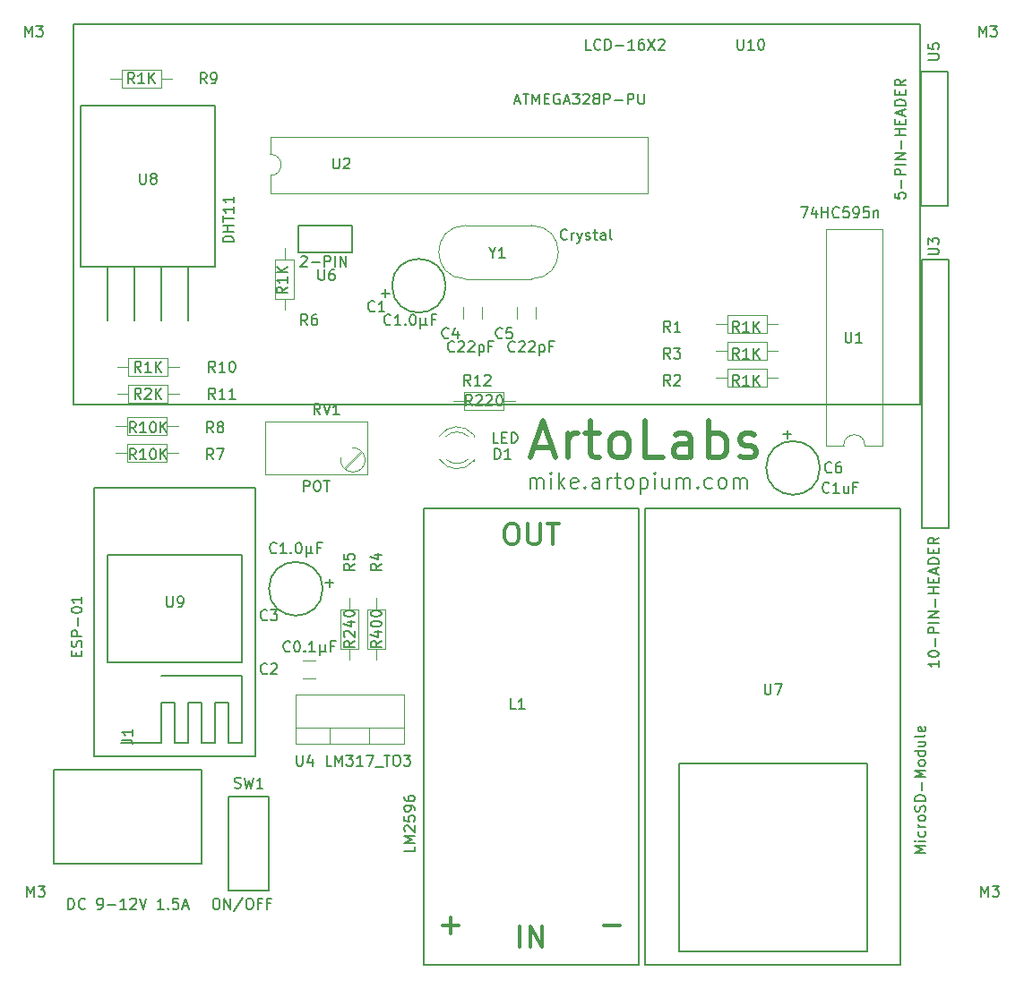
<source format=gbr>
G04 #@! TF.FileFunction,Legend,Top*
%FSLAX46Y46*%
G04 Gerber Fmt 4.6, Leading zero omitted, Abs format (unit mm)*
G04 Created by KiCad (PCBNEW 4.0.7-e2-6376~58~ubuntu16.04.1) date Mon Oct 15 06:01:05 2018*
%MOMM*%
%LPD*%
G01*
G04 APERTURE LIST*
%ADD10C,0.100000*%
%ADD11C,0.200000*%
%ADD12C,0.500000*%
%ADD13C,0.120000*%
%ADD14C,0.150000*%
%ADD15C,0.300000*%
G04 APERTURE END LIST*
D10*
D11*
X137070000Y-90213571D02*
X137070000Y-89213571D01*
X137070000Y-89356429D02*
X137141428Y-89285000D01*
X137284286Y-89213571D01*
X137498571Y-89213571D01*
X137641428Y-89285000D01*
X137712857Y-89427857D01*
X137712857Y-90213571D01*
X137712857Y-89427857D02*
X137784286Y-89285000D01*
X137927143Y-89213571D01*
X138141428Y-89213571D01*
X138284286Y-89285000D01*
X138355714Y-89427857D01*
X138355714Y-90213571D01*
X139070000Y-90213571D02*
X139070000Y-89213571D01*
X139070000Y-88713571D02*
X138998571Y-88785000D01*
X139070000Y-88856429D01*
X139141428Y-88785000D01*
X139070000Y-88713571D01*
X139070000Y-88856429D01*
X139784286Y-90213571D02*
X139784286Y-88713571D01*
X139927143Y-89642143D02*
X140355714Y-90213571D01*
X140355714Y-89213571D02*
X139784286Y-89785000D01*
X141570000Y-90142143D02*
X141427143Y-90213571D01*
X141141429Y-90213571D01*
X140998572Y-90142143D01*
X140927143Y-89999286D01*
X140927143Y-89427857D01*
X140998572Y-89285000D01*
X141141429Y-89213571D01*
X141427143Y-89213571D01*
X141570000Y-89285000D01*
X141641429Y-89427857D01*
X141641429Y-89570714D01*
X140927143Y-89713571D01*
X142284286Y-90070714D02*
X142355714Y-90142143D01*
X142284286Y-90213571D01*
X142212857Y-90142143D01*
X142284286Y-90070714D01*
X142284286Y-90213571D01*
X143641429Y-90213571D02*
X143641429Y-89427857D01*
X143570000Y-89285000D01*
X143427143Y-89213571D01*
X143141429Y-89213571D01*
X142998572Y-89285000D01*
X143641429Y-90142143D02*
X143498572Y-90213571D01*
X143141429Y-90213571D01*
X142998572Y-90142143D01*
X142927143Y-89999286D01*
X142927143Y-89856429D01*
X142998572Y-89713571D01*
X143141429Y-89642143D01*
X143498572Y-89642143D01*
X143641429Y-89570714D01*
X144355715Y-90213571D02*
X144355715Y-89213571D01*
X144355715Y-89499286D02*
X144427143Y-89356429D01*
X144498572Y-89285000D01*
X144641429Y-89213571D01*
X144784286Y-89213571D01*
X145070000Y-89213571D02*
X145641429Y-89213571D01*
X145284286Y-88713571D02*
X145284286Y-89999286D01*
X145355714Y-90142143D01*
X145498572Y-90213571D01*
X145641429Y-90213571D01*
X146355715Y-90213571D02*
X146212857Y-90142143D01*
X146141429Y-90070714D01*
X146070000Y-89927857D01*
X146070000Y-89499286D01*
X146141429Y-89356429D01*
X146212857Y-89285000D01*
X146355715Y-89213571D01*
X146570000Y-89213571D01*
X146712857Y-89285000D01*
X146784286Y-89356429D01*
X146855715Y-89499286D01*
X146855715Y-89927857D01*
X146784286Y-90070714D01*
X146712857Y-90142143D01*
X146570000Y-90213571D01*
X146355715Y-90213571D01*
X147498572Y-89213571D02*
X147498572Y-90713571D01*
X147498572Y-89285000D02*
X147641429Y-89213571D01*
X147927143Y-89213571D01*
X148070000Y-89285000D01*
X148141429Y-89356429D01*
X148212858Y-89499286D01*
X148212858Y-89927857D01*
X148141429Y-90070714D01*
X148070000Y-90142143D01*
X147927143Y-90213571D01*
X147641429Y-90213571D01*
X147498572Y-90142143D01*
X148855715Y-90213571D02*
X148855715Y-89213571D01*
X148855715Y-88713571D02*
X148784286Y-88785000D01*
X148855715Y-88856429D01*
X148927143Y-88785000D01*
X148855715Y-88713571D01*
X148855715Y-88856429D01*
X150212858Y-89213571D02*
X150212858Y-90213571D01*
X149570001Y-89213571D02*
X149570001Y-89999286D01*
X149641429Y-90142143D01*
X149784287Y-90213571D01*
X149998572Y-90213571D01*
X150141429Y-90142143D01*
X150212858Y-90070714D01*
X150927144Y-90213571D02*
X150927144Y-89213571D01*
X150927144Y-89356429D02*
X150998572Y-89285000D01*
X151141430Y-89213571D01*
X151355715Y-89213571D01*
X151498572Y-89285000D01*
X151570001Y-89427857D01*
X151570001Y-90213571D01*
X151570001Y-89427857D02*
X151641430Y-89285000D01*
X151784287Y-89213571D01*
X151998572Y-89213571D01*
X152141430Y-89285000D01*
X152212858Y-89427857D01*
X152212858Y-90213571D01*
X152927144Y-90070714D02*
X152998572Y-90142143D01*
X152927144Y-90213571D01*
X152855715Y-90142143D01*
X152927144Y-90070714D01*
X152927144Y-90213571D01*
X154284287Y-90142143D02*
X154141430Y-90213571D01*
X153855716Y-90213571D01*
X153712858Y-90142143D01*
X153641430Y-90070714D01*
X153570001Y-89927857D01*
X153570001Y-89499286D01*
X153641430Y-89356429D01*
X153712858Y-89285000D01*
X153855716Y-89213571D01*
X154141430Y-89213571D01*
X154284287Y-89285000D01*
X155141430Y-90213571D02*
X154998572Y-90142143D01*
X154927144Y-90070714D01*
X154855715Y-89927857D01*
X154855715Y-89499286D01*
X154927144Y-89356429D01*
X154998572Y-89285000D01*
X155141430Y-89213571D01*
X155355715Y-89213571D01*
X155498572Y-89285000D01*
X155570001Y-89356429D01*
X155641430Y-89499286D01*
X155641430Y-89927857D01*
X155570001Y-90070714D01*
X155498572Y-90142143D01*
X155355715Y-90213571D01*
X155141430Y-90213571D01*
X156284287Y-90213571D02*
X156284287Y-89213571D01*
X156284287Y-89356429D02*
X156355715Y-89285000D01*
X156498573Y-89213571D01*
X156712858Y-89213571D01*
X156855715Y-89285000D01*
X156927144Y-89427857D01*
X156927144Y-90213571D01*
X156927144Y-89427857D02*
X156998573Y-89285000D01*
X157141430Y-89213571D01*
X157355715Y-89213571D01*
X157498573Y-89285000D01*
X157570001Y-89427857D01*
X157570001Y-90213571D01*
D12*
X137455000Y-86308333D02*
X139121666Y-86308333D01*
X137121666Y-87308333D02*
X138288333Y-83808333D01*
X139455000Y-87308333D01*
X140621666Y-87308333D02*
X140621666Y-84975000D01*
X140621666Y-85641667D02*
X140788333Y-85308333D01*
X140955000Y-85141667D01*
X141288333Y-84975000D01*
X141621666Y-84975000D01*
X142288333Y-84975000D02*
X143621667Y-84975000D01*
X142788333Y-83808333D02*
X142788333Y-86808333D01*
X142955000Y-87141667D01*
X143288333Y-87308333D01*
X143621667Y-87308333D01*
X145288333Y-87308333D02*
X144955000Y-87141667D01*
X144788333Y-86975000D01*
X144621667Y-86641667D01*
X144621667Y-85641667D01*
X144788333Y-85308333D01*
X144955000Y-85141667D01*
X145288333Y-84975000D01*
X145788333Y-84975000D01*
X146121667Y-85141667D01*
X146288333Y-85308333D01*
X146455000Y-85641667D01*
X146455000Y-86641667D01*
X146288333Y-86975000D01*
X146121667Y-87141667D01*
X145788333Y-87308333D01*
X145288333Y-87308333D01*
X149621667Y-87308333D02*
X147955000Y-87308333D01*
X147955000Y-83808333D01*
X152288333Y-87308333D02*
X152288333Y-85475000D01*
X152121667Y-85141667D01*
X151788333Y-84975000D01*
X151121667Y-84975000D01*
X150788333Y-85141667D01*
X152288333Y-87141667D02*
X151955000Y-87308333D01*
X151121667Y-87308333D01*
X150788333Y-87141667D01*
X150621667Y-86808333D01*
X150621667Y-86475000D01*
X150788333Y-86141667D01*
X151121667Y-85975000D01*
X151955000Y-85975000D01*
X152288333Y-85808333D01*
X153955000Y-87308333D02*
X153955000Y-83808333D01*
X153955000Y-85141667D02*
X154288334Y-84975000D01*
X154955000Y-84975000D01*
X155288334Y-85141667D01*
X155455000Y-85308333D01*
X155621667Y-85641667D01*
X155621667Y-86641667D01*
X155455000Y-86975000D01*
X155288334Y-87141667D01*
X154955000Y-87308333D01*
X154288334Y-87308333D01*
X153955000Y-87141667D01*
X156955001Y-87141667D02*
X157288334Y-87308333D01*
X157955001Y-87308333D01*
X158288334Y-87141667D01*
X158455001Y-86808333D01*
X158455001Y-86641667D01*
X158288334Y-86308333D01*
X157955001Y-86141667D01*
X157455001Y-86141667D01*
X157121667Y-85975000D01*
X156955001Y-85641667D01*
X156955001Y-85475000D01*
X157121667Y-85141667D01*
X157455001Y-84975000D01*
X157955001Y-84975000D01*
X158288334Y-85141667D01*
D13*
X128502665Y-87438608D02*
G75*
G03X131735000Y-87595516I1672335J1078608D01*
G01*
X128502665Y-85281392D02*
G75*
G02X131735000Y-85124484I1672335J-1078608D01*
G01*
X129133870Y-87439837D02*
G75*
G03X131215961Y-87440000I1041130J1079837D01*
G01*
X129133870Y-85280163D02*
G75*
G02X131215961Y-85280000I1041130J-1079837D01*
G01*
X131735000Y-87596000D02*
X131735000Y-87440000D01*
X131735000Y-85280000D02*
X131735000Y-85124000D01*
D14*
X112395000Y-119380000D02*
X112395000Y-128270000D01*
X112395000Y-128270000D02*
X108585000Y-128270000D01*
X108585000Y-128270000D02*
X108585000Y-119380000D01*
X108585000Y-119380000D02*
X111760000Y-119380000D01*
X111760000Y-119380000D02*
X112395000Y-119380000D01*
D13*
X166715040Y-86133046D02*
G75*
G02X168715040Y-86133046I1000000J0D01*
G01*
X168715040Y-86133046D02*
X170365040Y-86133046D01*
X170365040Y-86133046D02*
X170365040Y-65693046D01*
X170365040Y-65693046D02*
X165065040Y-65693046D01*
X165065040Y-65693046D02*
X165065040Y-86133046D01*
X165065040Y-86133046D02*
X166715040Y-86133046D01*
X112536920Y-58600278D02*
G75*
G02X112536920Y-60600278I0J-1000000D01*
G01*
X112536920Y-60600278D02*
X112536920Y-62250278D01*
X112536920Y-62250278D02*
X148216920Y-62250278D01*
X148216920Y-62250278D02*
X148216920Y-56950278D01*
X148216920Y-56950278D02*
X112536920Y-56950278D01*
X112536920Y-56950278D02*
X112536920Y-58600278D01*
D14*
X174065040Y-93980000D02*
X174065040Y-68580000D01*
X174065040Y-68580000D02*
X176605040Y-68580000D01*
X176605040Y-68580000D02*
X176605040Y-93980000D01*
X176605040Y-93980000D02*
X174065040Y-93980000D01*
X173990000Y-63500000D02*
X173990000Y-50800000D01*
X173990000Y-50800000D02*
X176530000Y-50800000D01*
X176530000Y-50800000D02*
X176530000Y-63500000D01*
X176530000Y-63500000D02*
X173990000Y-63500000D01*
X115136920Y-65315278D02*
X120216920Y-65315278D01*
X120216920Y-65315278D02*
X120216920Y-67855278D01*
X120216920Y-67855278D02*
X115136920Y-67855278D01*
X115136920Y-67855278D02*
X115136920Y-65315278D01*
X168910000Y-133985000D02*
X168910000Y-116205000D01*
X168910000Y-116205000D02*
X151130000Y-116205000D01*
X151130000Y-116205000D02*
X151130000Y-133985000D01*
X151130000Y-133985000D02*
X168910000Y-133985000D01*
X148590000Y-135255000D02*
X147955000Y-135255000D01*
X172085000Y-92075000D02*
X172085000Y-135255000D01*
X172085000Y-135255000D02*
X171450000Y-135255000D01*
X147955000Y-92075000D02*
X147955000Y-135255000D01*
X148590000Y-135255000D02*
X171450000Y-135255000D01*
X147955000Y-92075000D02*
X148590000Y-92075000D01*
X172085000Y-92075000D02*
X171450000Y-92075000D01*
X148590000Y-92075000D02*
X149860000Y-92075000D01*
X171450000Y-92075000D02*
X170180000Y-92075000D01*
X170180000Y-92075000D02*
X149860000Y-92075000D01*
X104775000Y-69215000D02*
X104775000Y-74295000D01*
X102235000Y-69215000D02*
X102235000Y-74295000D01*
X99695000Y-69215000D02*
X99695000Y-74295000D01*
X97155000Y-69215000D02*
X97155000Y-74295000D01*
X94615000Y-69215000D02*
X107315000Y-69215000D01*
X107315000Y-69215000D02*
X107315000Y-53975000D01*
X107315000Y-53975000D02*
X94615000Y-53975000D01*
X94615000Y-53975000D02*
X94615000Y-69215000D01*
X102235000Y-107950000D02*
X109855000Y-107950000D01*
X109855000Y-107950000D02*
X109855000Y-114300000D01*
X109855000Y-114300000D02*
X108585000Y-114300000D01*
X108585000Y-114300000D02*
X108585000Y-110490000D01*
X108585000Y-110490000D02*
X107315000Y-110490000D01*
X107315000Y-110490000D02*
X107315000Y-114300000D01*
X107315000Y-114300000D02*
X106045000Y-114300000D01*
X106045000Y-114300000D02*
X106045000Y-110490000D01*
X106045000Y-110490000D02*
X104775000Y-110490000D01*
X104775000Y-110490000D02*
X104775000Y-114300000D01*
X104775000Y-114300000D02*
X103505000Y-114300000D01*
X103505000Y-114300000D02*
X103505000Y-110490000D01*
X103505000Y-110490000D02*
X102235000Y-110490000D01*
X102235000Y-110490000D02*
X102235000Y-114300000D01*
X102235000Y-114300000D02*
X98425000Y-114300000D01*
X109855000Y-106680000D02*
X109855000Y-96520000D01*
X109855000Y-96520000D02*
X97155000Y-96520000D01*
X97155000Y-96520000D02*
X97155000Y-106680000D01*
X97155000Y-106680000D02*
X109855000Y-106680000D01*
X111125000Y-90170000D02*
X111125000Y-115570000D01*
X111125000Y-115570000D02*
X95885000Y-115570000D01*
X95885000Y-115570000D02*
X95885000Y-90170000D01*
X95885000Y-90170000D02*
X111125000Y-90170000D01*
X93920000Y-46260000D02*
X93920000Y-82260000D01*
X93920000Y-82260000D02*
X173920000Y-82260000D01*
X173920000Y-82260000D02*
X173920000Y-46260000D01*
X173920000Y-46260000D02*
X148920000Y-46260000D01*
X93920000Y-46260000D02*
X148920000Y-46260000D01*
D13*
X130971920Y-65330278D02*
X137221920Y-65330278D01*
X130971920Y-70380278D02*
X137221920Y-70380278D01*
X130971920Y-70380278D02*
G75*
G02X130971920Y-65330278I0J2525000D01*
G01*
X137221920Y-70380278D02*
G75*
G03X137221920Y-65330278I0J2525000D01*
G01*
X125135000Y-114380000D02*
X114895000Y-114380000D01*
X125135000Y-109739000D02*
X114895000Y-109739000D01*
X125135000Y-114380000D02*
X125135000Y-109739000D01*
X114895000Y-114380000D02*
X114895000Y-109739000D01*
X125135000Y-112870000D02*
X114895000Y-112870000D01*
X121865000Y-114380000D02*
X121865000Y-112870000D01*
X118164000Y-114380000D02*
X118164000Y-112870000D01*
D14*
X129106920Y-71030278D02*
G75*
G03X129106920Y-71030278I-2540000J0D01*
G01*
D13*
X116812000Y-108176000D02*
X115638000Y-108176000D01*
X116812000Y-106454000D02*
X115638000Y-106454000D01*
D14*
X117475000Y-99695000D02*
G75*
G03X117475000Y-99695000I-2540000J0D01*
G01*
D13*
X130785920Y-74177278D02*
X130785920Y-73003278D01*
X132507920Y-74177278D02*
X132507920Y-73003278D01*
X135865920Y-74177278D02*
X135865920Y-73003278D01*
X137587920Y-74177278D02*
X137587920Y-73003278D01*
X155695040Y-73783046D02*
X155695040Y-75503046D01*
X155695040Y-75503046D02*
X159415040Y-75503046D01*
X159415040Y-75503046D02*
X159415040Y-73783046D01*
X159415040Y-73783046D02*
X155695040Y-73783046D01*
X154625040Y-74643046D02*
X155695040Y-74643046D01*
X160485040Y-74643046D02*
X159415040Y-74643046D01*
X155695040Y-78863046D02*
X155695040Y-80583046D01*
X155695040Y-80583046D02*
X159415040Y-80583046D01*
X159415040Y-80583046D02*
X159415040Y-78863046D01*
X159415040Y-78863046D02*
X155695040Y-78863046D01*
X154625040Y-79723046D02*
X155695040Y-79723046D01*
X160485040Y-79723046D02*
X159415040Y-79723046D01*
X159415040Y-78043046D02*
X159415040Y-76323046D01*
X159415040Y-76323046D02*
X155695040Y-76323046D01*
X155695040Y-76323046D02*
X155695040Y-78043046D01*
X155695040Y-78043046D02*
X159415040Y-78043046D01*
X160485040Y-77183046D02*
X159415040Y-77183046D01*
X154625040Y-77183046D02*
X155695040Y-77183046D01*
X121695000Y-105365000D02*
X123415000Y-105365000D01*
X123415000Y-105365000D02*
X123415000Y-101645000D01*
X123415000Y-101645000D02*
X121695000Y-101645000D01*
X121695000Y-101645000D02*
X121695000Y-105365000D01*
X122555000Y-106435000D02*
X122555000Y-105365000D01*
X122555000Y-100575000D02*
X122555000Y-101645000D01*
X119155000Y-105365000D02*
X120875000Y-105365000D01*
X120875000Y-105365000D02*
X120875000Y-101645000D01*
X120875000Y-101645000D02*
X119155000Y-101645000D01*
X119155000Y-101645000D02*
X119155000Y-105365000D01*
X120015000Y-106435000D02*
X120015000Y-105365000D01*
X120015000Y-100575000D02*
X120015000Y-101645000D01*
X113006920Y-72255278D02*
X114726920Y-72255278D01*
X114726920Y-72255278D02*
X114726920Y-68535278D01*
X114726920Y-68535278D02*
X113006920Y-68535278D01*
X113006920Y-68535278D02*
X113006920Y-72255278D01*
X113866920Y-73325278D02*
X113866920Y-72255278D01*
X113866920Y-67465278D02*
X113866920Y-68535278D01*
X102731920Y-87695278D02*
X102731920Y-85975278D01*
X102731920Y-85975278D02*
X99011920Y-85975278D01*
X99011920Y-85975278D02*
X99011920Y-87695278D01*
X99011920Y-87695278D02*
X102731920Y-87695278D01*
X103801920Y-86835278D02*
X102731920Y-86835278D01*
X97941920Y-86835278D02*
X99011920Y-86835278D01*
X102731920Y-85155278D02*
X102731920Y-83435278D01*
X102731920Y-83435278D02*
X99011920Y-83435278D01*
X99011920Y-83435278D02*
X99011920Y-85155278D01*
X99011920Y-85155278D02*
X102731920Y-85155278D01*
X103801920Y-84295278D02*
X102731920Y-84295278D01*
X97941920Y-84295278D02*
X99011920Y-84295278D01*
X98470000Y-50575000D02*
X98470000Y-52295000D01*
X98470000Y-52295000D02*
X102190000Y-52295000D01*
X102190000Y-52295000D02*
X102190000Y-50575000D01*
X102190000Y-50575000D02*
X98470000Y-50575000D01*
X97400000Y-51435000D02*
X98470000Y-51435000D01*
X103260000Y-51435000D02*
X102190000Y-51435000D01*
X102825000Y-79600000D02*
X102825000Y-77880000D01*
X102825000Y-77880000D02*
X99105000Y-77880000D01*
X99105000Y-77880000D02*
X99105000Y-79600000D01*
X99105000Y-79600000D02*
X102825000Y-79600000D01*
X103895000Y-78740000D02*
X102825000Y-78740000D01*
X98035000Y-78740000D02*
X99105000Y-78740000D01*
X102825000Y-82140000D02*
X102825000Y-80420000D01*
X102825000Y-80420000D02*
X99105000Y-80420000D01*
X99105000Y-80420000D02*
X99105000Y-82140000D01*
X99105000Y-82140000D02*
X102825000Y-82140000D01*
X103895000Y-81280000D02*
X102825000Y-81280000D01*
X98035000Y-81280000D02*
X99105000Y-81280000D01*
X134575000Y-82775000D02*
X134575000Y-81055000D01*
X134575000Y-81055000D02*
X130855000Y-81055000D01*
X130855000Y-81055000D02*
X130855000Y-82775000D01*
X130855000Y-82775000D02*
X134575000Y-82775000D01*
X135645000Y-81915000D02*
X134575000Y-81915000D01*
X129785000Y-81915000D02*
X130855000Y-81915000D01*
X120294691Y-86355704D02*
G75*
G02X120335000Y-88665000I40309J-1154296D01*
G01*
X120355121Y-88664052D02*
G75*
G02X119206000Y-87270000I-20121J1154052D01*
G01*
X112015000Y-83890000D02*
X121665000Y-83890000D01*
X112015000Y-88841000D02*
X121665000Y-88841000D01*
X112015000Y-83890000D02*
X112015000Y-88841000D01*
X121665000Y-83890000D02*
X121665000Y-88841000D01*
X121211000Y-86776000D02*
X119600000Y-88386000D01*
X121071000Y-86635000D02*
X119459000Y-88245000D01*
D14*
X106045000Y-116840000D02*
X92075000Y-116840000D01*
X92075000Y-116840000D02*
X92075000Y-125730000D01*
X92075000Y-125730000D02*
X106045000Y-125730000D01*
X106045000Y-116840000D02*
X106045000Y-125730000D01*
X147320000Y-135255000D02*
X127000000Y-135255000D01*
X127000000Y-135255000D02*
X127000000Y-92075000D01*
X127000000Y-92075000D02*
X147320000Y-92075000D01*
X147320000Y-92075000D02*
X147320000Y-135255000D01*
X164465000Y-88265000D02*
G75*
G03X164465000Y-88265000I-2540000J0D01*
G01*
X133722905Y-87416381D02*
X133722905Y-86416381D01*
X133961000Y-86416381D01*
X134103858Y-86464000D01*
X134199096Y-86559238D01*
X134246715Y-86654476D01*
X134294334Y-86844952D01*
X134294334Y-86987810D01*
X134246715Y-87178286D01*
X134199096Y-87273524D01*
X134103858Y-87368762D01*
X133961000Y-87416381D01*
X133722905Y-87416381D01*
X135246715Y-87416381D02*
X134675286Y-87416381D01*
X134961000Y-87416381D02*
X134961000Y-86416381D01*
X134865762Y-86559238D01*
X134770524Y-86654476D01*
X134675286Y-86702095D01*
X134072143Y-85892381D02*
X133595952Y-85892381D01*
X133595952Y-84892381D01*
X134405476Y-85368571D02*
X134738810Y-85368571D01*
X134881667Y-85892381D02*
X134405476Y-85892381D01*
X134405476Y-84892381D01*
X134881667Y-84892381D01*
X135310238Y-85892381D02*
X135310238Y-84892381D01*
X135548333Y-84892381D01*
X135691191Y-84940000D01*
X135786429Y-85035238D01*
X135834048Y-85130476D01*
X135881667Y-85320952D01*
X135881667Y-85463810D01*
X135834048Y-85654286D01*
X135786429Y-85749524D01*
X135691191Y-85844762D01*
X135548333Y-85892381D01*
X135310238Y-85892381D01*
X109156667Y-118514762D02*
X109299524Y-118562381D01*
X109537620Y-118562381D01*
X109632858Y-118514762D01*
X109680477Y-118467143D01*
X109728096Y-118371905D01*
X109728096Y-118276667D01*
X109680477Y-118181429D01*
X109632858Y-118133810D01*
X109537620Y-118086190D01*
X109347143Y-118038571D01*
X109251905Y-117990952D01*
X109204286Y-117943333D01*
X109156667Y-117848095D01*
X109156667Y-117752857D01*
X109204286Y-117657619D01*
X109251905Y-117610000D01*
X109347143Y-117562381D01*
X109585239Y-117562381D01*
X109728096Y-117610000D01*
X110061429Y-117562381D02*
X110299524Y-118562381D01*
X110490001Y-117848095D01*
X110680477Y-118562381D01*
X110918572Y-117562381D01*
X111823334Y-118562381D02*
X111251905Y-118562381D01*
X111537619Y-118562381D02*
X111537619Y-117562381D01*
X111442381Y-117705238D01*
X111347143Y-117800476D01*
X111251905Y-117848095D01*
X107331190Y-128992381D02*
X107521667Y-128992381D01*
X107616905Y-129040000D01*
X107712143Y-129135238D01*
X107759762Y-129325714D01*
X107759762Y-129659048D01*
X107712143Y-129849524D01*
X107616905Y-129944762D01*
X107521667Y-129992381D01*
X107331190Y-129992381D01*
X107235952Y-129944762D01*
X107140714Y-129849524D01*
X107093095Y-129659048D01*
X107093095Y-129325714D01*
X107140714Y-129135238D01*
X107235952Y-129040000D01*
X107331190Y-128992381D01*
X108188333Y-129992381D02*
X108188333Y-128992381D01*
X108759762Y-129992381D01*
X108759762Y-128992381D01*
X109950238Y-128944762D02*
X109093095Y-130230476D01*
X110474047Y-128992381D02*
X110664524Y-128992381D01*
X110759762Y-129040000D01*
X110855000Y-129135238D01*
X110902619Y-129325714D01*
X110902619Y-129659048D01*
X110855000Y-129849524D01*
X110759762Y-129944762D01*
X110664524Y-129992381D01*
X110474047Y-129992381D01*
X110378809Y-129944762D01*
X110283571Y-129849524D01*
X110235952Y-129659048D01*
X110235952Y-129325714D01*
X110283571Y-129135238D01*
X110378809Y-129040000D01*
X110474047Y-128992381D01*
X111664524Y-129468571D02*
X111331190Y-129468571D01*
X111331190Y-129992381D02*
X111331190Y-128992381D01*
X111807381Y-128992381D01*
X112521667Y-129468571D02*
X112188333Y-129468571D01*
X112188333Y-129992381D02*
X112188333Y-128992381D01*
X112664524Y-128992381D01*
X166878095Y-75398381D02*
X166878095Y-76207905D01*
X166925714Y-76303143D01*
X166973333Y-76350762D01*
X167068571Y-76398381D01*
X167259048Y-76398381D01*
X167354286Y-76350762D01*
X167401905Y-76303143D01*
X167449524Y-76207905D01*
X167449524Y-75398381D01*
X168449524Y-76398381D02*
X167878095Y-76398381D01*
X168163809Y-76398381D02*
X168163809Y-75398381D01*
X168068571Y-75541238D01*
X167973333Y-75636476D01*
X167878095Y-75684095D01*
X162655714Y-63587381D02*
X163322381Y-63587381D01*
X162893809Y-64587381D01*
X164131905Y-63920714D02*
X164131905Y-64587381D01*
X163893809Y-63539762D02*
X163655714Y-64254048D01*
X164274762Y-64254048D01*
X164655714Y-64587381D02*
X164655714Y-63587381D01*
X164655714Y-64063571D02*
X165227143Y-64063571D01*
X165227143Y-64587381D02*
X165227143Y-63587381D01*
X166274762Y-64492143D02*
X166227143Y-64539762D01*
X166084286Y-64587381D01*
X165989048Y-64587381D01*
X165846190Y-64539762D01*
X165750952Y-64444524D01*
X165703333Y-64349286D01*
X165655714Y-64158810D01*
X165655714Y-64015952D01*
X165703333Y-63825476D01*
X165750952Y-63730238D01*
X165846190Y-63635000D01*
X165989048Y-63587381D01*
X166084286Y-63587381D01*
X166227143Y-63635000D01*
X166274762Y-63682619D01*
X167179524Y-63587381D02*
X166703333Y-63587381D01*
X166655714Y-64063571D01*
X166703333Y-64015952D01*
X166798571Y-63968333D01*
X167036667Y-63968333D01*
X167131905Y-64015952D01*
X167179524Y-64063571D01*
X167227143Y-64158810D01*
X167227143Y-64396905D01*
X167179524Y-64492143D01*
X167131905Y-64539762D01*
X167036667Y-64587381D01*
X166798571Y-64587381D01*
X166703333Y-64539762D01*
X166655714Y-64492143D01*
X167703333Y-64587381D02*
X167893809Y-64587381D01*
X167989048Y-64539762D01*
X168036667Y-64492143D01*
X168131905Y-64349286D01*
X168179524Y-64158810D01*
X168179524Y-63777857D01*
X168131905Y-63682619D01*
X168084286Y-63635000D01*
X167989048Y-63587381D01*
X167798571Y-63587381D01*
X167703333Y-63635000D01*
X167655714Y-63682619D01*
X167608095Y-63777857D01*
X167608095Y-64015952D01*
X167655714Y-64111190D01*
X167703333Y-64158810D01*
X167798571Y-64206429D01*
X167989048Y-64206429D01*
X168084286Y-64158810D01*
X168131905Y-64111190D01*
X168179524Y-64015952D01*
X169084286Y-63587381D02*
X168608095Y-63587381D01*
X168560476Y-64063571D01*
X168608095Y-64015952D01*
X168703333Y-63968333D01*
X168941429Y-63968333D01*
X169036667Y-64015952D01*
X169084286Y-64063571D01*
X169131905Y-64158810D01*
X169131905Y-64396905D01*
X169084286Y-64492143D01*
X169036667Y-64539762D01*
X168941429Y-64587381D01*
X168703333Y-64587381D01*
X168608095Y-64539762D01*
X168560476Y-64492143D01*
X169560476Y-63920714D02*
X169560476Y-64587381D01*
X169560476Y-64015952D02*
X169608095Y-63968333D01*
X169703333Y-63920714D01*
X169846191Y-63920714D01*
X169941429Y-63968333D01*
X169989048Y-64063571D01*
X169989048Y-64587381D01*
X118471015Y-58956659D02*
X118471015Y-59766183D01*
X118518634Y-59861421D01*
X118566253Y-59909040D01*
X118661491Y-59956659D01*
X118851968Y-59956659D01*
X118947206Y-59909040D01*
X118994825Y-59861421D01*
X119042444Y-59766183D01*
X119042444Y-58956659D01*
X119471015Y-59051897D02*
X119518634Y-59004278D01*
X119613872Y-58956659D01*
X119851968Y-58956659D01*
X119947206Y-59004278D01*
X119994825Y-59051897D01*
X120042444Y-59147135D01*
X120042444Y-59242373D01*
X119994825Y-59385230D01*
X119423396Y-59956659D01*
X120042444Y-59956659D01*
X135632563Y-53574945D02*
X136108754Y-53574945D01*
X135537325Y-53860659D02*
X135870658Y-52860659D01*
X136203992Y-53860659D01*
X136394468Y-52860659D02*
X136965897Y-52860659D01*
X136680182Y-53860659D02*
X136680182Y-52860659D01*
X137299230Y-53860659D02*
X137299230Y-52860659D01*
X137632564Y-53574945D01*
X137965897Y-52860659D01*
X137965897Y-53860659D01*
X138442087Y-53336849D02*
X138775421Y-53336849D01*
X138918278Y-53860659D02*
X138442087Y-53860659D01*
X138442087Y-52860659D01*
X138918278Y-52860659D01*
X139870659Y-52908278D02*
X139775421Y-52860659D01*
X139632564Y-52860659D01*
X139489706Y-52908278D01*
X139394468Y-53003516D01*
X139346849Y-53098754D01*
X139299230Y-53289230D01*
X139299230Y-53432088D01*
X139346849Y-53622564D01*
X139394468Y-53717802D01*
X139489706Y-53813040D01*
X139632564Y-53860659D01*
X139727802Y-53860659D01*
X139870659Y-53813040D01*
X139918278Y-53765421D01*
X139918278Y-53432088D01*
X139727802Y-53432088D01*
X140299230Y-53574945D02*
X140775421Y-53574945D01*
X140203992Y-53860659D02*
X140537325Y-52860659D01*
X140870659Y-53860659D01*
X141108754Y-52860659D02*
X141727802Y-52860659D01*
X141394468Y-53241611D01*
X141537326Y-53241611D01*
X141632564Y-53289230D01*
X141680183Y-53336849D01*
X141727802Y-53432088D01*
X141727802Y-53670183D01*
X141680183Y-53765421D01*
X141632564Y-53813040D01*
X141537326Y-53860659D01*
X141251611Y-53860659D01*
X141156373Y-53813040D01*
X141108754Y-53765421D01*
X142108754Y-52955897D02*
X142156373Y-52908278D01*
X142251611Y-52860659D01*
X142489707Y-52860659D01*
X142584945Y-52908278D01*
X142632564Y-52955897D01*
X142680183Y-53051135D01*
X142680183Y-53146373D01*
X142632564Y-53289230D01*
X142061135Y-53860659D01*
X142680183Y-53860659D01*
X143251611Y-53289230D02*
X143156373Y-53241611D01*
X143108754Y-53193992D01*
X143061135Y-53098754D01*
X143061135Y-53051135D01*
X143108754Y-52955897D01*
X143156373Y-52908278D01*
X143251611Y-52860659D01*
X143442088Y-52860659D01*
X143537326Y-52908278D01*
X143584945Y-52955897D01*
X143632564Y-53051135D01*
X143632564Y-53098754D01*
X143584945Y-53193992D01*
X143537326Y-53241611D01*
X143442088Y-53289230D01*
X143251611Y-53289230D01*
X143156373Y-53336849D01*
X143108754Y-53384468D01*
X143061135Y-53479707D01*
X143061135Y-53670183D01*
X143108754Y-53765421D01*
X143156373Y-53813040D01*
X143251611Y-53860659D01*
X143442088Y-53860659D01*
X143537326Y-53813040D01*
X143584945Y-53765421D01*
X143632564Y-53670183D01*
X143632564Y-53479707D01*
X143584945Y-53384468D01*
X143537326Y-53336849D01*
X143442088Y-53289230D01*
X144061135Y-53860659D02*
X144061135Y-52860659D01*
X144442088Y-52860659D01*
X144537326Y-52908278D01*
X144584945Y-52955897D01*
X144632564Y-53051135D01*
X144632564Y-53193992D01*
X144584945Y-53289230D01*
X144537326Y-53336849D01*
X144442088Y-53384468D01*
X144061135Y-53384468D01*
X145061135Y-53479707D02*
X145823040Y-53479707D01*
X146299230Y-53860659D02*
X146299230Y-52860659D01*
X146680183Y-52860659D01*
X146775421Y-52908278D01*
X146823040Y-52955897D01*
X146870659Y-53051135D01*
X146870659Y-53193992D01*
X146823040Y-53289230D01*
X146775421Y-53336849D01*
X146680183Y-53384468D01*
X146299230Y-53384468D01*
X147299230Y-52860659D02*
X147299230Y-53670183D01*
X147346849Y-53765421D01*
X147394468Y-53813040D01*
X147489706Y-53860659D01*
X147680183Y-53860659D01*
X147775421Y-53813040D01*
X147823040Y-53765421D01*
X147870659Y-53670183D01*
X147870659Y-52860659D01*
X174712381Y-68071905D02*
X175521905Y-68071905D01*
X175617143Y-68024286D01*
X175664762Y-67976667D01*
X175712381Y-67881429D01*
X175712381Y-67690952D01*
X175664762Y-67595714D01*
X175617143Y-67548095D01*
X175521905Y-67500476D01*
X174712381Y-67500476D01*
X174712381Y-67119524D02*
X174712381Y-66500476D01*
X175093333Y-66833810D01*
X175093333Y-66690952D01*
X175140952Y-66595714D01*
X175188571Y-66548095D01*
X175283810Y-66500476D01*
X175521905Y-66500476D01*
X175617143Y-66548095D01*
X175664762Y-66595714D01*
X175712381Y-66690952D01*
X175712381Y-66976667D01*
X175664762Y-67071905D01*
X175617143Y-67119524D01*
X175712381Y-106512618D02*
X175712381Y-107084047D01*
X175712381Y-106798333D02*
X174712381Y-106798333D01*
X174855238Y-106893571D01*
X174950476Y-106988809D01*
X174998095Y-107084047D01*
X174712381Y-105893571D02*
X174712381Y-105798332D01*
X174760000Y-105703094D01*
X174807619Y-105655475D01*
X174902857Y-105607856D01*
X175093333Y-105560237D01*
X175331429Y-105560237D01*
X175521905Y-105607856D01*
X175617143Y-105655475D01*
X175664762Y-105703094D01*
X175712381Y-105798332D01*
X175712381Y-105893571D01*
X175664762Y-105988809D01*
X175617143Y-106036428D01*
X175521905Y-106084047D01*
X175331429Y-106131666D01*
X175093333Y-106131666D01*
X174902857Y-106084047D01*
X174807619Y-106036428D01*
X174760000Y-105988809D01*
X174712381Y-105893571D01*
X175331429Y-105131666D02*
X175331429Y-104369761D01*
X175712381Y-103893571D02*
X174712381Y-103893571D01*
X174712381Y-103512618D01*
X174760000Y-103417380D01*
X174807619Y-103369761D01*
X174902857Y-103322142D01*
X175045714Y-103322142D01*
X175140952Y-103369761D01*
X175188571Y-103417380D01*
X175236190Y-103512618D01*
X175236190Y-103893571D01*
X175712381Y-102893571D02*
X174712381Y-102893571D01*
X175712381Y-102417381D02*
X174712381Y-102417381D01*
X175712381Y-101845952D01*
X174712381Y-101845952D01*
X175331429Y-101369762D02*
X175331429Y-100607857D01*
X175712381Y-100131667D02*
X174712381Y-100131667D01*
X175188571Y-100131667D02*
X175188571Y-99560238D01*
X175712381Y-99560238D02*
X174712381Y-99560238D01*
X175188571Y-99084048D02*
X175188571Y-98750714D01*
X175712381Y-98607857D02*
X175712381Y-99084048D01*
X174712381Y-99084048D01*
X174712381Y-98607857D01*
X175426667Y-98226905D02*
X175426667Y-97750714D01*
X175712381Y-98322143D02*
X174712381Y-97988810D01*
X175712381Y-97655476D01*
X175712381Y-97322143D02*
X174712381Y-97322143D01*
X174712381Y-97084048D01*
X174760000Y-96941190D01*
X174855238Y-96845952D01*
X174950476Y-96798333D01*
X175140952Y-96750714D01*
X175283810Y-96750714D01*
X175474286Y-96798333D01*
X175569524Y-96845952D01*
X175664762Y-96941190D01*
X175712381Y-97084048D01*
X175712381Y-97322143D01*
X175188571Y-96322143D02*
X175188571Y-95988809D01*
X175712381Y-95845952D02*
X175712381Y-96322143D01*
X174712381Y-96322143D01*
X174712381Y-95845952D01*
X175712381Y-94845952D02*
X175236190Y-95179286D01*
X175712381Y-95417381D02*
X174712381Y-95417381D01*
X174712381Y-95036428D01*
X174760000Y-94941190D01*
X174807619Y-94893571D01*
X174902857Y-94845952D01*
X175045714Y-94845952D01*
X175140952Y-94893571D01*
X175188571Y-94941190D01*
X175236190Y-95036428D01*
X175236190Y-95417381D01*
X174712381Y-49656905D02*
X175521905Y-49656905D01*
X175617143Y-49609286D01*
X175664762Y-49561667D01*
X175712381Y-49466429D01*
X175712381Y-49275952D01*
X175664762Y-49180714D01*
X175617143Y-49133095D01*
X175521905Y-49085476D01*
X174712381Y-49085476D01*
X174712381Y-48133095D02*
X174712381Y-48609286D01*
X175188571Y-48656905D01*
X175140952Y-48609286D01*
X175093333Y-48514048D01*
X175093333Y-48275952D01*
X175140952Y-48180714D01*
X175188571Y-48133095D01*
X175283810Y-48085476D01*
X175521905Y-48085476D01*
X175617143Y-48133095D01*
X175664762Y-48180714D01*
X175712381Y-48275952D01*
X175712381Y-48514048D01*
X175664762Y-48609286D01*
X175617143Y-48656905D01*
X171537381Y-62269047D02*
X171537381Y-62745238D01*
X172013571Y-62792857D01*
X171965952Y-62745238D01*
X171918333Y-62650000D01*
X171918333Y-62411904D01*
X171965952Y-62316666D01*
X172013571Y-62269047D01*
X172108810Y-62221428D01*
X172346905Y-62221428D01*
X172442143Y-62269047D01*
X172489762Y-62316666D01*
X172537381Y-62411904D01*
X172537381Y-62650000D01*
X172489762Y-62745238D01*
X172442143Y-62792857D01*
X172156429Y-61792857D02*
X172156429Y-61030952D01*
X172537381Y-60554762D02*
X171537381Y-60554762D01*
X171537381Y-60173809D01*
X171585000Y-60078571D01*
X171632619Y-60030952D01*
X171727857Y-59983333D01*
X171870714Y-59983333D01*
X171965952Y-60030952D01*
X172013571Y-60078571D01*
X172061190Y-60173809D01*
X172061190Y-60554762D01*
X172537381Y-59554762D02*
X171537381Y-59554762D01*
X172537381Y-59078572D02*
X171537381Y-59078572D01*
X172537381Y-58507143D01*
X171537381Y-58507143D01*
X172156429Y-58030953D02*
X172156429Y-57269048D01*
X172537381Y-56792858D02*
X171537381Y-56792858D01*
X172013571Y-56792858D02*
X172013571Y-56221429D01*
X172537381Y-56221429D02*
X171537381Y-56221429D01*
X172013571Y-55745239D02*
X172013571Y-55411905D01*
X172537381Y-55269048D02*
X172537381Y-55745239D01*
X171537381Y-55745239D01*
X171537381Y-55269048D01*
X172251667Y-54888096D02*
X172251667Y-54411905D01*
X172537381Y-54983334D02*
X171537381Y-54650001D01*
X172537381Y-54316667D01*
X172537381Y-53983334D02*
X171537381Y-53983334D01*
X171537381Y-53745239D01*
X171585000Y-53602381D01*
X171680238Y-53507143D01*
X171775476Y-53459524D01*
X171965952Y-53411905D01*
X172108810Y-53411905D01*
X172299286Y-53459524D01*
X172394524Y-53507143D01*
X172489762Y-53602381D01*
X172537381Y-53745239D01*
X172537381Y-53983334D01*
X172013571Y-52983334D02*
X172013571Y-52650000D01*
X172537381Y-52507143D02*
X172537381Y-52983334D01*
X171537381Y-52983334D01*
X171537381Y-52507143D01*
X172537381Y-51507143D02*
X172061190Y-51840477D01*
X172537381Y-52078572D02*
X171537381Y-52078572D01*
X171537381Y-51697619D01*
X171585000Y-51602381D01*
X171632619Y-51554762D01*
X171727857Y-51507143D01*
X171870714Y-51507143D01*
X171965952Y-51554762D01*
X172013571Y-51602381D01*
X172061190Y-51697619D01*
X172061190Y-52078572D01*
X117074015Y-69497659D02*
X117074015Y-70307183D01*
X117121634Y-70402421D01*
X117169253Y-70450040D01*
X117264491Y-70497659D01*
X117454968Y-70497659D01*
X117550206Y-70450040D01*
X117597825Y-70402421D01*
X117645444Y-70307183D01*
X117645444Y-69497659D01*
X118550206Y-69497659D02*
X118359729Y-69497659D01*
X118264491Y-69545278D01*
X118216872Y-69592897D01*
X118121634Y-69735754D01*
X118074015Y-69926230D01*
X118074015Y-70307183D01*
X118121634Y-70402421D01*
X118169253Y-70450040D01*
X118264491Y-70497659D01*
X118454968Y-70497659D01*
X118550206Y-70450040D01*
X118597825Y-70402421D01*
X118645444Y-70307183D01*
X118645444Y-70069088D01*
X118597825Y-69973849D01*
X118550206Y-69926230D01*
X118454968Y-69878611D01*
X118264491Y-69878611D01*
X118169253Y-69926230D01*
X118121634Y-69973849D01*
X118074015Y-70069088D01*
X115415254Y-68322897D02*
X115462873Y-68275278D01*
X115558111Y-68227659D01*
X115796207Y-68227659D01*
X115891445Y-68275278D01*
X115939064Y-68322897D01*
X115986683Y-68418135D01*
X115986683Y-68513373D01*
X115939064Y-68656230D01*
X115367635Y-69227659D01*
X115986683Y-69227659D01*
X116415254Y-68846707D02*
X117177159Y-68846707D01*
X117653349Y-69227659D02*
X117653349Y-68227659D01*
X118034302Y-68227659D01*
X118129540Y-68275278D01*
X118177159Y-68322897D01*
X118224778Y-68418135D01*
X118224778Y-68560992D01*
X118177159Y-68656230D01*
X118129540Y-68703849D01*
X118034302Y-68751468D01*
X117653349Y-68751468D01*
X118653349Y-69227659D02*
X118653349Y-68227659D01*
X119129539Y-69227659D02*
X119129539Y-68227659D01*
X119700968Y-69227659D01*
X119700968Y-68227659D01*
X159258095Y-108672381D02*
X159258095Y-109481905D01*
X159305714Y-109577143D01*
X159353333Y-109624762D01*
X159448571Y-109672381D01*
X159639048Y-109672381D01*
X159734286Y-109624762D01*
X159781905Y-109577143D01*
X159829524Y-109481905D01*
X159829524Y-108672381D01*
X160210476Y-108672381D02*
X160877143Y-108672381D01*
X160448571Y-109672381D01*
X174442381Y-124721191D02*
X173442381Y-124721191D01*
X174156667Y-124387857D01*
X173442381Y-124054524D01*
X174442381Y-124054524D01*
X174442381Y-123578334D02*
X173775714Y-123578334D01*
X173442381Y-123578334D02*
X173490000Y-123625953D01*
X173537619Y-123578334D01*
X173490000Y-123530715D01*
X173442381Y-123578334D01*
X173537619Y-123578334D01*
X174394762Y-122673572D02*
X174442381Y-122768810D01*
X174442381Y-122959287D01*
X174394762Y-123054525D01*
X174347143Y-123102144D01*
X174251905Y-123149763D01*
X173966190Y-123149763D01*
X173870952Y-123102144D01*
X173823333Y-123054525D01*
X173775714Y-122959287D01*
X173775714Y-122768810D01*
X173823333Y-122673572D01*
X174442381Y-122245001D02*
X173775714Y-122245001D01*
X173966190Y-122245001D02*
X173870952Y-122197382D01*
X173823333Y-122149763D01*
X173775714Y-122054525D01*
X173775714Y-121959286D01*
X174442381Y-121483096D02*
X174394762Y-121578334D01*
X174347143Y-121625953D01*
X174251905Y-121673572D01*
X173966190Y-121673572D01*
X173870952Y-121625953D01*
X173823333Y-121578334D01*
X173775714Y-121483096D01*
X173775714Y-121340238D01*
X173823333Y-121245000D01*
X173870952Y-121197381D01*
X173966190Y-121149762D01*
X174251905Y-121149762D01*
X174347143Y-121197381D01*
X174394762Y-121245000D01*
X174442381Y-121340238D01*
X174442381Y-121483096D01*
X174394762Y-120768810D02*
X174442381Y-120625953D01*
X174442381Y-120387857D01*
X174394762Y-120292619D01*
X174347143Y-120245000D01*
X174251905Y-120197381D01*
X174156667Y-120197381D01*
X174061429Y-120245000D01*
X174013810Y-120292619D01*
X173966190Y-120387857D01*
X173918571Y-120578334D01*
X173870952Y-120673572D01*
X173823333Y-120721191D01*
X173728095Y-120768810D01*
X173632857Y-120768810D01*
X173537619Y-120721191D01*
X173490000Y-120673572D01*
X173442381Y-120578334D01*
X173442381Y-120340238D01*
X173490000Y-120197381D01*
X174442381Y-119768810D02*
X173442381Y-119768810D01*
X173442381Y-119530715D01*
X173490000Y-119387857D01*
X173585238Y-119292619D01*
X173680476Y-119245000D01*
X173870952Y-119197381D01*
X174013810Y-119197381D01*
X174204286Y-119245000D01*
X174299524Y-119292619D01*
X174394762Y-119387857D01*
X174442381Y-119530715D01*
X174442381Y-119768810D01*
X174061429Y-118768810D02*
X174061429Y-118006905D01*
X174442381Y-117530715D02*
X173442381Y-117530715D01*
X174156667Y-117197381D01*
X173442381Y-116864048D01*
X174442381Y-116864048D01*
X174442381Y-116245001D02*
X174394762Y-116340239D01*
X174347143Y-116387858D01*
X174251905Y-116435477D01*
X173966190Y-116435477D01*
X173870952Y-116387858D01*
X173823333Y-116340239D01*
X173775714Y-116245001D01*
X173775714Y-116102143D01*
X173823333Y-116006905D01*
X173870952Y-115959286D01*
X173966190Y-115911667D01*
X174251905Y-115911667D01*
X174347143Y-115959286D01*
X174394762Y-116006905D01*
X174442381Y-116102143D01*
X174442381Y-116245001D01*
X174442381Y-115054524D02*
X173442381Y-115054524D01*
X174394762Y-115054524D02*
X174442381Y-115149762D01*
X174442381Y-115340239D01*
X174394762Y-115435477D01*
X174347143Y-115483096D01*
X174251905Y-115530715D01*
X173966190Y-115530715D01*
X173870952Y-115483096D01*
X173823333Y-115435477D01*
X173775714Y-115340239D01*
X173775714Y-115149762D01*
X173823333Y-115054524D01*
X173775714Y-114149762D02*
X174442381Y-114149762D01*
X173775714Y-114578334D02*
X174299524Y-114578334D01*
X174394762Y-114530715D01*
X174442381Y-114435477D01*
X174442381Y-114292619D01*
X174394762Y-114197381D01*
X174347143Y-114149762D01*
X174442381Y-113530715D02*
X174394762Y-113625953D01*
X174299524Y-113673572D01*
X173442381Y-113673572D01*
X174394762Y-112768809D02*
X174442381Y-112864047D01*
X174442381Y-113054524D01*
X174394762Y-113149762D01*
X174299524Y-113197381D01*
X173918571Y-113197381D01*
X173823333Y-113149762D01*
X173775714Y-113054524D01*
X173775714Y-112864047D01*
X173823333Y-112768809D01*
X173918571Y-112721190D01*
X174013810Y-112721190D01*
X174109048Y-113197381D01*
X100203095Y-60412381D02*
X100203095Y-61221905D01*
X100250714Y-61317143D01*
X100298333Y-61364762D01*
X100393571Y-61412381D01*
X100584048Y-61412381D01*
X100679286Y-61364762D01*
X100726905Y-61317143D01*
X100774524Y-61221905D01*
X100774524Y-60412381D01*
X101393571Y-60840952D02*
X101298333Y-60793333D01*
X101250714Y-60745714D01*
X101203095Y-60650476D01*
X101203095Y-60602857D01*
X101250714Y-60507619D01*
X101298333Y-60460000D01*
X101393571Y-60412381D01*
X101584048Y-60412381D01*
X101679286Y-60460000D01*
X101726905Y-60507619D01*
X101774524Y-60602857D01*
X101774524Y-60650476D01*
X101726905Y-60745714D01*
X101679286Y-60793333D01*
X101584048Y-60840952D01*
X101393571Y-60840952D01*
X101298333Y-60888571D01*
X101250714Y-60936190D01*
X101203095Y-61031429D01*
X101203095Y-61221905D01*
X101250714Y-61317143D01*
X101298333Y-61364762D01*
X101393571Y-61412381D01*
X101584048Y-61412381D01*
X101679286Y-61364762D01*
X101726905Y-61317143D01*
X101774524Y-61221905D01*
X101774524Y-61031429D01*
X101726905Y-60936190D01*
X101679286Y-60888571D01*
X101584048Y-60840952D01*
X109037381Y-66889048D02*
X108037381Y-66889048D01*
X108037381Y-66650953D01*
X108085000Y-66508095D01*
X108180238Y-66412857D01*
X108275476Y-66365238D01*
X108465952Y-66317619D01*
X108608810Y-66317619D01*
X108799286Y-66365238D01*
X108894524Y-66412857D01*
X108989762Y-66508095D01*
X109037381Y-66650953D01*
X109037381Y-66889048D01*
X109037381Y-65889048D02*
X108037381Y-65889048D01*
X108513571Y-65889048D02*
X108513571Y-65317619D01*
X109037381Y-65317619D02*
X108037381Y-65317619D01*
X108037381Y-64984286D02*
X108037381Y-64412857D01*
X109037381Y-64698572D02*
X108037381Y-64698572D01*
X109037381Y-63555714D02*
X109037381Y-64127143D01*
X109037381Y-63841429D02*
X108037381Y-63841429D01*
X108180238Y-63936667D01*
X108275476Y-64031905D01*
X108323095Y-64127143D01*
X109037381Y-62603333D02*
X109037381Y-63174762D01*
X109037381Y-62889048D02*
X108037381Y-62889048D01*
X108180238Y-62984286D01*
X108275476Y-63079524D01*
X108323095Y-63174762D01*
X102743095Y-100417381D02*
X102743095Y-101226905D01*
X102790714Y-101322143D01*
X102838333Y-101369762D01*
X102933571Y-101417381D01*
X103124048Y-101417381D01*
X103219286Y-101369762D01*
X103266905Y-101322143D01*
X103314524Y-101226905D01*
X103314524Y-100417381D01*
X103838333Y-101417381D02*
X104028809Y-101417381D01*
X104124048Y-101369762D01*
X104171667Y-101322143D01*
X104266905Y-101179286D01*
X104314524Y-100988810D01*
X104314524Y-100607857D01*
X104266905Y-100512619D01*
X104219286Y-100465000D01*
X104124048Y-100417381D01*
X103933571Y-100417381D01*
X103838333Y-100465000D01*
X103790714Y-100512619D01*
X103743095Y-100607857D01*
X103743095Y-100845952D01*
X103790714Y-100941190D01*
X103838333Y-100988810D01*
X103933571Y-101036429D01*
X104124048Y-101036429D01*
X104219286Y-100988810D01*
X104266905Y-100941190D01*
X104314524Y-100845952D01*
X94194571Y-106043905D02*
X94194571Y-105710571D01*
X94718381Y-105567714D02*
X94718381Y-106043905D01*
X93718381Y-106043905D01*
X93718381Y-105567714D01*
X94670762Y-105186762D02*
X94718381Y-105043905D01*
X94718381Y-104805809D01*
X94670762Y-104710571D01*
X94623143Y-104662952D01*
X94527905Y-104615333D01*
X94432667Y-104615333D01*
X94337429Y-104662952D01*
X94289810Y-104710571D01*
X94242190Y-104805809D01*
X94194571Y-104996286D01*
X94146952Y-105091524D01*
X94099333Y-105139143D01*
X94004095Y-105186762D01*
X93908857Y-105186762D01*
X93813619Y-105139143D01*
X93766000Y-105091524D01*
X93718381Y-104996286D01*
X93718381Y-104758190D01*
X93766000Y-104615333D01*
X94718381Y-104186762D02*
X93718381Y-104186762D01*
X93718381Y-103805809D01*
X93766000Y-103710571D01*
X93813619Y-103662952D01*
X93908857Y-103615333D01*
X94051714Y-103615333D01*
X94146952Y-103662952D01*
X94194571Y-103710571D01*
X94242190Y-103805809D01*
X94242190Y-104186762D01*
X94337429Y-103186762D02*
X94337429Y-102424857D01*
X93718381Y-101758191D02*
X93718381Y-101662952D01*
X93766000Y-101567714D01*
X93813619Y-101520095D01*
X93908857Y-101472476D01*
X94099333Y-101424857D01*
X94337429Y-101424857D01*
X94527905Y-101472476D01*
X94623143Y-101520095D01*
X94670762Y-101567714D01*
X94718381Y-101662952D01*
X94718381Y-101758191D01*
X94670762Y-101853429D01*
X94623143Y-101901048D01*
X94527905Y-101948667D01*
X94337429Y-101996286D01*
X94099333Y-101996286D01*
X93908857Y-101948667D01*
X93813619Y-101901048D01*
X93766000Y-101853429D01*
X93718381Y-101758191D01*
X94718381Y-100472476D02*
X94718381Y-101043905D01*
X94718381Y-100758191D02*
X93718381Y-100758191D01*
X93861238Y-100853429D01*
X93956476Y-100948667D01*
X94004095Y-101043905D01*
X156681905Y-47712381D02*
X156681905Y-48521905D01*
X156729524Y-48617143D01*
X156777143Y-48664762D01*
X156872381Y-48712381D01*
X157062858Y-48712381D01*
X157158096Y-48664762D01*
X157205715Y-48617143D01*
X157253334Y-48521905D01*
X157253334Y-47712381D01*
X158253334Y-48712381D02*
X157681905Y-48712381D01*
X157967619Y-48712381D02*
X157967619Y-47712381D01*
X157872381Y-47855238D01*
X157777143Y-47950476D01*
X157681905Y-47998095D01*
X158872381Y-47712381D02*
X158967620Y-47712381D01*
X159062858Y-47760000D01*
X159110477Y-47807619D01*
X159158096Y-47902857D01*
X159205715Y-48093333D01*
X159205715Y-48331429D01*
X159158096Y-48521905D01*
X159110477Y-48617143D01*
X159062858Y-48664762D01*
X158967620Y-48712381D01*
X158872381Y-48712381D01*
X158777143Y-48664762D01*
X158729524Y-48617143D01*
X158681905Y-48521905D01*
X158634286Y-48331429D01*
X158634286Y-48093333D01*
X158681905Y-47902857D01*
X158729524Y-47807619D01*
X158777143Y-47760000D01*
X158872381Y-47712381D01*
X142835715Y-48712381D02*
X142359524Y-48712381D01*
X142359524Y-47712381D01*
X143740477Y-48617143D02*
X143692858Y-48664762D01*
X143550001Y-48712381D01*
X143454763Y-48712381D01*
X143311905Y-48664762D01*
X143216667Y-48569524D01*
X143169048Y-48474286D01*
X143121429Y-48283810D01*
X143121429Y-48140952D01*
X143169048Y-47950476D01*
X143216667Y-47855238D01*
X143311905Y-47760000D01*
X143454763Y-47712381D01*
X143550001Y-47712381D01*
X143692858Y-47760000D01*
X143740477Y-47807619D01*
X144169048Y-48712381D02*
X144169048Y-47712381D01*
X144407143Y-47712381D01*
X144550001Y-47760000D01*
X144645239Y-47855238D01*
X144692858Y-47950476D01*
X144740477Y-48140952D01*
X144740477Y-48283810D01*
X144692858Y-48474286D01*
X144645239Y-48569524D01*
X144550001Y-48664762D01*
X144407143Y-48712381D01*
X144169048Y-48712381D01*
X145169048Y-48331429D02*
X145930953Y-48331429D01*
X146930953Y-48712381D02*
X146359524Y-48712381D01*
X146645238Y-48712381D02*
X146645238Y-47712381D01*
X146550000Y-47855238D01*
X146454762Y-47950476D01*
X146359524Y-47998095D01*
X147788096Y-47712381D02*
X147597619Y-47712381D01*
X147502381Y-47760000D01*
X147454762Y-47807619D01*
X147359524Y-47950476D01*
X147311905Y-48140952D01*
X147311905Y-48521905D01*
X147359524Y-48617143D01*
X147407143Y-48664762D01*
X147502381Y-48712381D01*
X147692858Y-48712381D01*
X147788096Y-48664762D01*
X147835715Y-48617143D01*
X147883334Y-48521905D01*
X147883334Y-48283810D01*
X147835715Y-48188571D01*
X147788096Y-48140952D01*
X147692858Y-48093333D01*
X147502381Y-48093333D01*
X147407143Y-48140952D01*
X147359524Y-48188571D01*
X147311905Y-48283810D01*
X148216667Y-47712381D02*
X148883334Y-48712381D01*
X148883334Y-47712381D02*
X148216667Y-48712381D01*
X149216667Y-47807619D02*
X149264286Y-47760000D01*
X149359524Y-47712381D01*
X149597620Y-47712381D01*
X149692858Y-47760000D01*
X149740477Y-47807619D01*
X149788096Y-47902857D01*
X149788096Y-47998095D01*
X149740477Y-48140952D01*
X149169048Y-48712381D01*
X149788096Y-48712381D01*
X133508809Y-67921190D02*
X133508809Y-68397381D01*
X133175476Y-67397381D02*
X133508809Y-67921190D01*
X133842143Y-67397381D01*
X134699286Y-68397381D02*
X134127857Y-68397381D01*
X134413571Y-68397381D02*
X134413571Y-67397381D01*
X134318333Y-67540238D01*
X134223095Y-67635476D01*
X134127857Y-67683095D01*
X140561205Y-66592421D02*
X140513586Y-66640040D01*
X140370729Y-66687659D01*
X140275491Y-66687659D01*
X140132633Y-66640040D01*
X140037395Y-66544802D01*
X139989776Y-66449564D01*
X139942157Y-66259088D01*
X139942157Y-66116230D01*
X139989776Y-65925754D01*
X140037395Y-65830516D01*
X140132633Y-65735278D01*
X140275491Y-65687659D01*
X140370729Y-65687659D01*
X140513586Y-65735278D01*
X140561205Y-65782897D01*
X140989776Y-66687659D02*
X140989776Y-66020992D01*
X140989776Y-66211468D02*
X141037395Y-66116230D01*
X141085014Y-66068611D01*
X141180252Y-66020992D01*
X141275491Y-66020992D01*
X141513586Y-66020992D02*
X141751681Y-66687659D01*
X141989777Y-66020992D02*
X141751681Y-66687659D01*
X141656443Y-66925754D01*
X141608824Y-66973373D01*
X141513586Y-67020992D01*
X142323110Y-66640040D02*
X142418348Y-66687659D01*
X142608824Y-66687659D01*
X142704063Y-66640040D01*
X142751682Y-66544802D01*
X142751682Y-66497183D01*
X142704063Y-66401945D01*
X142608824Y-66354326D01*
X142465967Y-66354326D01*
X142370729Y-66306707D01*
X142323110Y-66211468D01*
X142323110Y-66163849D01*
X142370729Y-66068611D01*
X142465967Y-66020992D01*
X142608824Y-66020992D01*
X142704063Y-66068611D01*
X143037396Y-66020992D02*
X143418348Y-66020992D01*
X143180253Y-65687659D02*
X143180253Y-66544802D01*
X143227872Y-66640040D01*
X143323110Y-66687659D01*
X143418348Y-66687659D01*
X144180254Y-66687659D02*
X144180254Y-66163849D01*
X144132635Y-66068611D01*
X144037397Y-66020992D01*
X143846920Y-66020992D01*
X143751682Y-66068611D01*
X144180254Y-66640040D02*
X144085016Y-66687659D01*
X143846920Y-66687659D01*
X143751682Y-66640040D01*
X143704063Y-66544802D01*
X143704063Y-66449564D01*
X143751682Y-66354326D01*
X143846920Y-66306707D01*
X144085016Y-66306707D01*
X144180254Y-66259088D01*
X144799301Y-66687659D02*
X144704063Y-66640040D01*
X144656444Y-66544802D01*
X144656444Y-65687659D01*
X115013095Y-115442381D02*
X115013095Y-116251905D01*
X115060714Y-116347143D01*
X115108333Y-116394762D01*
X115203571Y-116442381D01*
X115394048Y-116442381D01*
X115489286Y-116394762D01*
X115536905Y-116347143D01*
X115584524Y-116251905D01*
X115584524Y-115442381D01*
X116489286Y-115775714D02*
X116489286Y-116442381D01*
X116251190Y-115394762D02*
X116013095Y-116109048D01*
X116632143Y-116109048D01*
X118322619Y-116442381D02*
X117846428Y-116442381D01*
X117846428Y-115442381D01*
X118655952Y-116442381D02*
X118655952Y-115442381D01*
X118989286Y-116156667D01*
X119322619Y-115442381D01*
X119322619Y-116442381D01*
X119703571Y-115442381D02*
X120322619Y-115442381D01*
X119989285Y-115823333D01*
X120132143Y-115823333D01*
X120227381Y-115870952D01*
X120275000Y-115918571D01*
X120322619Y-116013810D01*
X120322619Y-116251905D01*
X120275000Y-116347143D01*
X120227381Y-116394762D01*
X120132143Y-116442381D01*
X119846428Y-116442381D01*
X119751190Y-116394762D01*
X119703571Y-116347143D01*
X121275000Y-116442381D02*
X120703571Y-116442381D01*
X120989285Y-116442381D02*
X120989285Y-115442381D01*
X120894047Y-115585238D01*
X120798809Y-115680476D01*
X120703571Y-115728095D01*
X121608333Y-115442381D02*
X122275000Y-115442381D01*
X121846428Y-116442381D01*
X122417857Y-116537619D02*
X123179762Y-116537619D01*
X123275000Y-115442381D02*
X123846429Y-115442381D01*
X123560714Y-116442381D02*
X123560714Y-115442381D01*
X124370238Y-115442381D02*
X124560715Y-115442381D01*
X124655953Y-115490000D01*
X124751191Y-115585238D01*
X124798810Y-115775714D01*
X124798810Y-116109048D01*
X124751191Y-116299524D01*
X124655953Y-116394762D01*
X124560715Y-116442381D01*
X124370238Y-116442381D01*
X124275000Y-116394762D01*
X124179762Y-116299524D01*
X124132143Y-116109048D01*
X124132143Y-115775714D01*
X124179762Y-115585238D01*
X124275000Y-115490000D01*
X124370238Y-115442381D01*
X125132143Y-115442381D02*
X125751191Y-115442381D01*
X125417857Y-115823333D01*
X125560715Y-115823333D01*
X125655953Y-115870952D01*
X125703572Y-115918571D01*
X125751191Y-116013810D01*
X125751191Y-116251905D01*
X125703572Y-116347143D01*
X125655953Y-116394762D01*
X125560715Y-116442381D01*
X125275000Y-116442381D01*
X125179762Y-116394762D01*
X125132143Y-116347143D01*
X179707396Y-128812659D02*
X179707396Y-127812659D01*
X180040730Y-128526945D01*
X180374063Y-127812659D01*
X180374063Y-128812659D01*
X180755015Y-127812659D02*
X181374063Y-127812659D01*
X181040729Y-128193611D01*
X181183587Y-128193611D01*
X181278825Y-128241230D01*
X181326444Y-128288849D01*
X181374063Y-128384088D01*
X181374063Y-128622183D01*
X181326444Y-128717421D01*
X181278825Y-128765040D01*
X181183587Y-128812659D01*
X180897872Y-128812659D01*
X180802634Y-128765040D01*
X180755015Y-128717421D01*
X89537396Y-128812659D02*
X89537396Y-127812659D01*
X89870730Y-128526945D01*
X90204063Y-127812659D01*
X90204063Y-128812659D01*
X90585015Y-127812659D02*
X91204063Y-127812659D01*
X90870729Y-128193611D01*
X91013587Y-128193611D01*
X91108825Y-128241230D01*
X91156444Y-128288849D01*
X91204063Y-128384088D01*
X91204063Y-128622183D01*
X91156444Y-128717421D01*
X91108825Y-128765040D01*
X91013587Y-128812659D01*
X90727872Y-128812659D01*
X90632634Y-128765040D01*
X90585015Y-128717421D01*
X179530476Y-47442381D02*
X179530476Y-46442381D01*
X179863810Y-47156667D01*
X180197143Y-46442381D01*
X180197143Y-47442381D01*
X180578095Y-46442381D02*
X181197143Y-46442381D01*
X180863809Y-46823333D01*
X181006667Y-46823333D01*
X181101905Y-46870952D01*
X181149524Y-46918571D01*
X181197143Y-47013810D01*
X181197143Y-47251905D01*
X181149524Y-47347143D01*
X181101905Y-47394762D01*
X181006667Y-47442381D01*
X180720952Y-47442381D01*
X180625714Y-47394762D01*
X180578095Y-47347143D01*
X89360476Y-47442381D02*
X89360476Y-46442381D01*
X89693810Y-47156667D01*
X90027143Y-46442381D01*
X90027143Y-47442381D01*
X90408095Y-46442381D02*
X91027143Y-46442381D01*
X90693809Y-46823333D01*
X90836667Y-46823333D01*
X90931905Y-46870952D01*
X90979524Y-46918571D01*
X91027143Y-47013810D01*
X91027143Y-47251905D01*
X90979524Y-47347143D01*
X90931905Y-47394762D01*
X90836667Y-47442381D01*
X90550952Y-47442381D01*
X90455714Y-47394762D01*
X90408095Y-47347143D01*
X122388334Y-73382143D02*
X122340715Y-73429762D01*
X122197858Y-73477381D01*
X122102620Y-73477381D01*
X121959762Y-73429762D01*
X121864524Y-73334524D01*
X121816905Y-73239286D01*
X121769286Y-73048810D01*
X121769286Y-72905952D01*
X121816905Y-72715476D01*
X121864524Y-72620238D01*
X121959762Y-72525000D01*
X122102620Y-72477381D01*
X122197858Y-72477381D01*
X122340715Y-72525000D01*
X122388334Y-72572619D01*
X123340715Y-73477381D02*
X122769286Y-73477381D01*
X123055000Y-73477381D02*
X123055000Y-72477381D01*
X122959762Y-72620238D01*
X122864524Y-72715476D01*
X122769286Y-72763095D01*
X123896667Y-74652143D02*
X123849048Y-74699762D01*
X123706191Y-74747381D01*
X123610953Y-74747381D01*
X123468095Y-74699762D01*
X123372857Y-74604524D01*
X123325238Y-74509286D01*
X123277619Y-74318810D01*
X123277619Y-74175952D01*
X123325238Y-73985476D01*
X123372857Y-73890238D01*
X123468095Y-73795000D01*
X123610953Y-73747381D01*
X123706191Y-73747381D01*
X123849048Y-73795000D01*
X123896667Y-73842619D01*
X124849048Y-74747381D02*
X124277619Y-74747381D01*
X124563333Y-74747381D02*
X124563333Y-73747381D01*
X124468095Y-73890238D01*
X124372857Y-73985476D01*
X124277619Y-74033095D01*
X125277619Y-74652143D02*
X125325238Y-74699762D01*
X125277619Y-74747381D01*
X125230000Y-74699762D01*
X125277619Y-74652143D01*
X125277619Y-74747381D01*
X125944285Y-73747381D02*
X126039524Y-73747381D01*
X126134762Y-73795000D01*
X126182381Y-73842619D01*
X126230000Y-73937857D01*
X126277619Y-74128333D01*
X126277619Y-74366429D01*
X126230000Y-74556905D01*
X126182381Y-74652143D01*
X126134762Y-74699762D01*
X126039524Y-74747381D01*
X125944285Y-74747381D01*
X125849047Y-74699762D01*
X125801428Y-74652143D01*
X125753809Y-74556905D01*
X125706190Y-74366429D01*
X125706190Y-74128333D01*
X125753809Y-73937857D01*
X125801428Y-73842619D01*
X125849047Y-73795000D01*
X125944285Y-73747381D01*
X126706190Y-74080714D02*
X126706190Y-75080714D01*
X127182381Y-74604524D02*
X127230000Y-74699762D01*
X127325238Y-74747381D01*
X126706190Y-74604524D02*
X126753809Y-74699762D01*
X126849047Y-74747381D01*
X127039524Y-74747381D01*
X127134762Y-74699762D01*
X127182381Y-74604524D01*
X127182381Y-74080714D01*
X128087143Y-74223571D02*
X127753809Y-74223571D01*
X127753809Y-74747381D02*
X127753809Y-73747381D01*
X128230000Y-73747381D01*
X123010968Y-71736707D02*
X123772873Y-71736707D01*
X123391921Y-72117659D02*
X123391921Y-71355754D01*
X112228334Y-107672143D02*
X112180715Y-107719762D01*
X112037858Y-107767381D01*
X111942620Y-107767381D01*
X111799762Y-107719762D01*
X111704524Y-107624524D01*
X111656905Y-107529286D01*
X111609286Y-107338810D01*
X111609286Y-107195952D01*
X111656905Y-107005476D01*
X111704524Y-106910238D01*
X111799762Y-106815000D01*
X111942620Y-106767381D01*
X112037858Y-106767381D01*
X112180715Y-106815000D01*
X112228334Y-106862619D01*
X112609286Y-106862619D02*
X112656905Y-106815000D01*
X112752143Y-106767381D01*
X112990239Y-106767381D01*
X113085477Y-106815000D01*
X113133096Y-106862619D01*
X113180715Y-106957857D01*
X113180715Y-107053095D01*
X113133096Y-107195952D01*
X112561667Y-107767381D01*
X113180715Y-107767381D01*
X114391667Y-105562143D02*
X114344048Y-105609762D01*
X114201191Y-105657381D01*
X114105953Y-105657381D01*
X113963095Y-105609762D01*
X113867857Y-105514524D01*
X113820238Y-105419286D01*
X113772619Y-105228810D01*
X113772619Y-105085952D01*
X113820238Y-104895476D01*
X113867857Y-104800238D01*
X113963095Y-104705000D01*
X114105953Y-104657381D01*
X114201191Y-104657381D01*
X114344048Y-104705000D01*
X114391667Y-104752619D01*
X115010714Y-104657381D02*
X115105953Y-104657381D01*
X115201191Y-104705000D01*
X115248810Y-104752619D01*
X115296429Y-104847857D01*
X115344048Y-105038333D01*
X115344048Y-105276429D01*
X115296429Y-105466905D01*
X115248810Y-105562143D01*
X115201191Y-105609762D01*
X115105953Y-105657381D01*
X115010714Y-105657381D01*
X114915476Y-105609762D01*
X114867857Y-105562143D01*
X114820238Y-105466905D01*
X114772619Y-105276429D01*
X114772619Y-105038333D01*
X114820238Y-104847857D01*
X114867857Y-104752619D01*
X114915476Y-104705000D01*
X115010714Y-104657381D01*
X115772619Y-105562143D02*
X115820238Y-105609762D01*
X115772619Y-105657381D01*
X115725000Y-105609762D01*
X115772619Y-105562143D01*
X115772619Y-105657381D01*
X116772619Y-105657381D02*
X116201190Y-105657381D01*
X116486904Y-105657381D02*
X116486904Y-104657381D01*
X116391666Y-104800238D01*
X116296428Y-104895476D01*
X116201190Y-104943095D01*
X117201190Y-104990714D02*
X117201190Y-105990714D01*
X117677381Y-105514524D02*
X117725000Y-105609762D01*
X117820238Y-105657381D01*
X117201190Y-105514524D02*
X117248809Y-105609762D01*
X117344047Y-105657381D01*
X117534524Y-105657381D01*
X117629762Y-105609762D01*
X117677381Y-105514524D01*
X117677381Y-104990714D01*
X118582143Y-105133571D02*
X118248809Y-105133571D01*
X118248809Y-105657381D02*
X118248809Y-104657381D01*
X118725000Y-104657381D01*
X112228334Y-102592143D02*
X112180715Y-102639762D01*
X112037858Y-102687381D01*
X111942620Y-102687381D01*
X111799762Y-102639762D01*
X111704524Y-102544524D01*
X111656905Y-102449286D01*
X111609286Y-102258810D01*
X111609286Y-102115952D01*
X111656905Y-101925476D01*
X111704524Y-101830238D01*
X111799762Y-101735000D01*
X111942620Y-101687381D01*
X112037858Y-101687381D01*
X112180715Y-101735000D01*
X112228334Y-101782619D01*
X112561667Y-101687381D02*
X113180715Y-101687381D01*
X112847381Y-102068333D01*
X112990239Y-102068333D01*
X113085477Y-102115952D01*
X113133096Y-102163571D01*
X113180715Y-102258810D01*
X113180715Y-102496905D01*
X113133096Y-102592143D01*
X113085477Y-102639762D01*
X112990239Y-102687381D01*
X112704524Y-102687381D01*
X112609286Y-102639762D01*
X112561667Y-102592143D01*
X113101667Y-96242143D02*
X113054048Y-96289762D01*
X112911191Y-96337381D01*
X112815953Y-96337381D01*
X112673095Y-96289762D01*
X112577857Y-96194524D01*
X112530238Y-96099286D01*
X112482619Y-95908810D01*
X112482619Y-95765952D01*
X112530238Y-95575476D01*
X112577857Y-95480238D01*
X112673095Y-95385000D01*
X112815953Y-95337381D01*
X112911191Y-95337381D01*
X113054048Y-95385000D01*
X113101667Y-95432619D01*
X114054048Y-96337381D02*
X113482619Y-96337381D01*
X113768333Y-96337381D02*
X113768333Y-95337381D01*
X113673095Y-95480238D01*
X113577857Y-95575476D01*
X113482619Y-95623095D01*
X114482619Y-96242143D02*
X114530238Y-96289762D01*
X114482619Y-96337381D01*
X114435000Y-96289762D01*
X114482619Y-96242143D01*
X114482619Y-96337381D01*
X115149285Y-95337381D02*
X115244524Y-95337381D01*
X115339762Y-95385000D01*
X115387381Y-95432619D01*
X115435000Y-95527857D01*
X115482619Y-95718333D01*
X115482619Y-95956429D01*
X115435000Y-96146905D01*
X115387381Y-96242143D01*
X115339762Y-96289762D01*
X115244524Y-96337381D01*
X115149285Y-96337381D01*
X115054047Y-96289762D01*
X115006428Y-96242143D01*
X114958809Y-96146905D01*
X114911190Y-95956429D01*
X114911190Y-95718333D01*
X114958809Y-95527857D01*
X115006428Y-95432619D01*
X115054047Y-95385000D01*
X115149285Y-95337381D01*
X115911190Y-95670714D02*
X115911190Y-96670714D01*
X116387381Y-96194524D02*
X116435000Y-96289762D01*
X116530238Y-96337381D01*
X115911190Y-96194524D02*
X115958809Y-96289762D01*
X116054047Y-96337381D01*
X116244524Y-96337381D01*
X116339762Y-96289762D01*
X116387381Y-96194524D01*
X116387381Y-95670714D01*
X117292143Y-95813571D02*
X116958809Y-95813571D01*
X116958809Y-96337381D02*
X116958809Y-95337381D01*
X117435000Y-95337381D01*
X117729048Y-99131429D02*
X118490953Y-99131429D01*
X118110001Y-99512381D02*
X118110001Y-98750476D01*
X129373334Y-75922143D02*
X129325715Y-75969762D01*
X129182858Y-76017381D01*
X129087620Y-76017381D01*
X128944762Y-75969762D01*
X128849524Y-75874524D01*
X128801905Y-75779286D01*
X128754286Y-75588810D01*
X128754286Y-75445952D01*
X128801905Y-75255476D01*
X128849524Y-75160238D01*
X128944762Y-75065000D01*
X129087620Y-75017381D01*
X129182858Y-75017381D01*
X129325715Y-75065000D01*
X129373334Y-75112619D01*
X130230477Y-75350714D02*
X130230477Y-76017381D01*
X129992381Y-74969762D02*
X129754286Y-75684048D01*
X130373334Y-75684048D01*
X129921191Y-77192143D02*
X129873572Y-77239762D01*
X129730715Y-77287381D01*
X129635477Y-77287381D01*
X129492619Y-77239762D01*
X129397381Y-77144524D01*
X129349762Y-77049286D01*
X129302143Y-76858810D01*
X129302143Y-76715952D01*
X129349762Y-76525476D01*
X129397381Y-76430238D01*
X129492619Y-76335000D01*
X129635477Y-76287381D01*
X129730715Y-76287381D01*
X129873572Y-76335000D01*
X129921191Y-76382619D01*
X130302143Y-76382619D02*
X130349762Y-76335000D01*
X130445000Y-76287381D01*
X130683096Y-76287381D01*
X130778334Y-76335000D01*
X130825953Y-76382619D01*
X130873572Y-76477857D01*
X130873572Y-76573095D01*
X130825953Y-76715952D01*
X130254524Y-77287381D01*
X130873572Y-77287381D01*
X131254524Y-76382619D02*
X131302143Y-76335000D01*
X131397381Y-76287381D01*
X131635477Y-76287381D01*
X131730715Y-76335000D01*
X131778334Y-76382619D01*
X131825953Y-76477857D01*
X131825953Y-76573095D01*
X131778334Y-76715952D01*
X131206905Y-77287381D01*
X131825953Y-77287381D01*
X132254524Y-76620714D02*
X132254524Y-77620714D01*
X132254524Y-76668333D02*
X132349762Y-76620714D01*
X132540239Y-76620714D01*
X132635477Y-76668333D01*
X132683096Y-76715952D01*
X132730715Y-76811190D01*
X132730715Y-77096905D01*
X132683096Y-77192143D01*
X132635477Y-77239762D01*
X132540239Y-77287381D01*
X132349762Y-77287381D01*
X132254524Y-77239762D01*
X133492620Y-76763571D02*
X133159286Y-76763571D01*
X133159286Y-77287381D02*
X133159286Y-76287381D01*
X133635477Y-76287381D01*
X134453334Y-75922143D02*
X134405715Y-75969762D01*
X134262858Y-76017381D01*
X134167620Y-76017381D01*
X134024762Y-75969762D01*
X133929524Y-75874524D01*
X133881905Y-75779286D01*
X133834286Y-75588810D01*
X133834286Y-75445952D01*
X133881905Y-75255476D01*
X133929524Y-75160238D01*
X134024762Y-75065000D01*
X134167620Y-75017381D01*
X134262858Y-75017381D01*
X134405715Y-75065000D01*
X134453334Y-75112619D01*
X135358096Y-75017381D02*
X134881905Y-75017381D01*
X134834286Y-75493571D01*
X134881905Y-75445952D01*
X134977143Y-75398333D01*
X135215239Y-75398333D01*
X135310477Y-75445952D01*
X135358096Y-75493571D01*
X135405715Y-75588810D01*
X135405715Y-75826905D01*
X135358096Y-75922143D01*
X135310477Y-75969762D01*
X135215239Y-76017381D01*
X134977143Y-76017381D01*
X134881905Y-75969762D01*
X134834286Y-75922143D01*
X135636191Y-77192143D02*
X135588572Y-77239762D01*
X135445715Y-77287381D01*
X135350477Y-77287381D01*
X135207619Y-77239762D01*
X135112381Y-77144524D01*
X135064762Y-77049286D01*
X135017143Y-76858810D01*
X135017143Y-76715952D01*
X135064762Y-76525476D01*
X135112381Y-76430238D01*
X135207619Y-76335000D01*
X135350477Y-76287381D01*
X135445715Y-76287381D01*
X135588572Y-76335000D01*
X135636191Y-76382619D01*
X136017143Y-76382619D02*
X136064762Y-76335000D01*
X136160000Y-76287381D01*
X136398096Y-76287381D01*
X136493334Y-76335000D01*
X136540953Y-76382619D01*
X136588572Y-76477857D01*
X136588572Y-76573095D01*
X136540953Y-76715952D01*
X135969524Y-77287381D01*
X136588572Y-77287381D01*
X136969524Y-76382619D02*
X137017143Y-76335000D01*
X137112381Y-76287381D01*
X137350477Y-76287381D01*
X137445715Y-76335000D01*
X137493334Y-76382619D01*
X137540953Y-76477857D01*
X137540953Y-76573095D01*
X137493334Y-76715952D01*
X136921905Y-77287381D01*
X137540953Y-77287381D01*
X137969524Y-76620714D02*
X137969524Y-77620714D01*
X137969524Y-76668333D02*
X138064762Y-76620714D01*
X138255239Y-76620714D01*
X138350477Y-76668333D01*
X138398096Y-76715952D01*
X138445715Y-76811190D01*
X138445715Y-77096905D01*
X138398096Y-77192143D01*
X138350477Y-77239762D01*
X138255239Y-77287381D01*
X138064762Y-77287381D01*
X137969524Y-77239762D01*
X139207620Y-76763571D02*
X138874286Y-76763571D01*
X138874286Y-77287381D02*
X138874286Y-76287381D01*
X139350477Y-76287381D01*
X150328334Y-75382381D02*
X149995000Y-74906190D01*
X149756905Y-75382381D02*
X149756905Y-74382381D01*
X150137858Y-74382381D01*
X150233096Y-74430000D01*
X150280715Y-74477619D01*
X150328334Y-74572857D01*
X150328334Y-74715714D01*
X150280715Y-74810952D01*
X150233096Y-74858571D01*
X150137858Y-74906190D01*
X149756905Y-74906190D01*
X151280715Y-75382381D02*
X150709286Y-75382381D01*
X150995000Y-75382381D02*
X150995000Y-74382381D01*
X150899762Y-74525238D01*
X150804524Y-74620476D01*
X150709286Y-74668095D01*
X156813334Y-77922381D02*
X156480000Y-77446190D01*
X156241905Y-77922381D02*
X156241905Y-76922381D01*
X156622858Y-76922381D01*
X156718096Y-76970000D01*
X156765715Y-77017619D01*
X156813334Y-77112857D01*
X156813334Y-77255714D01*
X156765715Y-77350952D01*
X156718096Y-77398571D01*
X156622858Y-77446190D01*
X156241905Y-77446190D01*
X157765715Y-77922381D02*
X157194286Y-77922381D01*
X157480000Y-77922381D02*
X157480000Y-76922381D01*
X157384762Y-77065238D01*
X157289524Y-77160476D01*
X157194286Y-77208095D01*
X158194286Y-77922381D02*
X158194286Y-76922381D01*
X158765715Y-77922381D02*
X158337143Y-77350952D01*
X158765715Y-76922381D02*
X158194286Y-77493810D01*
X150328334Y-80462381D02*
X149995000Y-79986190D01*
X149756905Y-80462381D02*
X149756905Y-79462381D01*
X150137858Y-79462381D01*
X150233096Y-79510000D01*
X150280715Y-79557619D01*
X150328334Y-79652857D01*
X150328334Y-79795714D01*
X150280715Y-79890952D01*
X150233096Y-79938571D01*
X150137858Y-79986190D01*
X149756905Y-79986190D01*
X150709286Y-79557619D02*
X150756905Y-79510000D01*
X150852143Y-79462381D01*
X151090239Y-79462381D01*
X151185477Y-79510000D01*
X151233096Y-79557619D01*
X151280715Y-79652857D01*
X151280715Y-79748095D01*
X151233096Y-79890952D01*
X150661667Y-80462381D01*
X151280715Y-80462381D01*
X156813334Y-80462381D02*
X156480000Y-79986190D01*
X156241905Y-80462381D02*
X156241905Y-79462381D01*
X156622858Y-79462381D01*
X156718096Y-79510000D01*
X156765715Y-79557619D01*
X156813334Y-79652857D01*
X156813334Y-79795714D01*
X156765715Y-79890952D01*
X156718096Y-79938571D01*
X156622858Y-79986190D01*
X156241905Y-79986190D01*
X157765715Y-80462381D02*
X157194286Y-80462381D01*
X157480000Y-80462381D02*
X157480000Y-79462381D01*
X157384762Y-79605238D01*
X157289524Y-79700476D01*
X157194286Y-79748095D01*
X158194286Y-80462381D02*
X158194286Y-79462381D01*
X158765715Y-80462381D02*
X158337143Y-79890952D01*
X158765715Y-79462381D02*
X158194286Y-80033810D01*
X150328334Y-77922381D02*
X149995000Y-77446190D01*
X149756905Y-77922381D02*
X149756905Y-76922381D01*
X150137858Y-76922381D01*
X150233096Y-76970000D01*
X150280715Y-77017619D01*
X150328334Y-77112857D01*
X150328334Y-77255714D01*
X150280715Y-77350952D01*
X150233096Y-77398571D01*
X150137858Y-77446190D01*
X149756905Y-77446190D01*
X150661667Y-76922381D02*
X151280715Y-76922381D01*
X150947381Y-77303333D01*
X151090239Y-77303333D01*
X151185477Y-77350952D01*
X151233096Y-77398571D01*
X151280715Y-77493810D01*
X151280715Y-77731905D01*
X151233096Y-77827143D01*
X151185477Y-77874762D01*
X151090239Y-77922381D01*
X150804524Y-77922381D01*
X150709286Y-77874762D01*
X150661667Y-77827143D01*
X156813334Y-75382381D02*
X156480000Y-74906190D01*
X156241905Y-75382381D02*
X156241905Y-74382381D01*
X156622858Y-74382381D01*
X156718096Y-74430000D01*
X156765715Y-74477619D01*
X156813334Y-74572857D01*
X156813334Y-74715714D01*
X156765715Y-74810952D01*
X156718096Y-74858571D01*
X156622858Y-74906190D01*
X156241905Y-74906190D01*
X157765715Y-75382381D02*
X157194286Y-75382381D01*
X157480000Y-75382381D02*
X157480000Y-74382381D01*
X157384762Y-74525238D01*
X157289524Y-74620476D01*
X157194286Y-74668095D01*
X158194286Y-75382381D02*
X158194286Y-74382381D01*
X158765715Y-75382381D02*
X158337143Y-74810952D01*
X158765715Y-74382381D02*
X158194286Y-74953810D01*
X123007381Y-97321666D02*
X122531190Y-97655000D01*
X123007381Y-97893095D02*
X122007381Y-97893095D01*
X122007381Y-97512142D01*
X122055000Y-97416904D01*
X122102619Y-97369285D01*
X122197857Y-97321666D01*
X122340714Y-97321666D01*
X122435952Y-97369285D01*
X122483571Y-97416904D01*
X122531190Y-97512142D01*
X122531190Y-97893095D01*
X122340714Y-96464523D02*
X123007381Y-96464523D01*
X121959762Y-96702619D02*
X122674048Y-96940714D01*
X122674048Y-96321666D01*
X123007381Y-104624047D02*
X122531190Y-104957381D01*
X123007381Y-105195476D02*
X122007381Y-105195476D01*
X122007381Y-104814523D01*
X122055000Y-104719285D01*
X122102619Y-104671666D01*
X122197857Y-104624047D01*
X122340714Y-104624047D01*
X122435952Y-104671666D01*
X122483571Y-104719285D01*
X122531190Y-104814523D01*
X122531190Y-105195476D01*
X122340714Y-103766904D02*
X123007381Y-103766904D01*
X121959762Y-104005000D02*
X122674048Y-104243095D01*
X122674048Y-103624047D01*
X122007381Y-103052619D02*
X122007381Y-102957380D01*
X122055000Y-102862142D01*
X122102619Y-102814523D01*
X122197857Y-102766904D01*
X122388333Y-102719285D01*
X122626429Y-102719285D01*
X122816905Y-102766904D01*
X122912143Y-102814523D01*
X122959762Y-102862142D01*
X123007381Y-102957380D01*
X123007381Y-103052619D01*
X122959762Y-103147857D01*
X122912143Y-103195476D01*
X122816905Y-103243095D01*
X122626429Y-103290714D01*
X122388333Y-103290714D01*
X122197857Y-103243095D01*
X122102619Y-103195476D01*
X122055000Y-103147857D01*
X122007381Y-103052619D01*
X122007381Y-102100238D02*
X122007381Y-102004999D01*
X122055000Y-101909761D01*
X122102619Y-101862142D01*
X122197857Y-101814523D01*
X122388333Y-101766904D01*
X122626429Y-101766904D01*
X122816905Y-101814523D01*
X122912143Y-101862142D01*
X122959762Y-101909761D01*
X123007381Y-102004999D01*
X123007381Y-102100238D01*
X122959762Y-102195476D01*
X122912143Y-102243095D01*
X122816905Y-102290714D01*
X122626429Y-102338333D01*
X122388333Y-102338333D01*
X122197857Y-102290714D01*
X122102619Y-102243095D01*
X122055000Y-102195476D01*
X122007381Y-102100238D01*
X120467381Y-97321666D02*
X119991190Y-97655000D01*
X120467381Y-97893095D02*
X119467381Y-97893095D01*
X119467381Y-97512142D01*
X119515000Y-97416904D01*
X119562619Y-97369285D01*
X119657857Y-97321666D01*
X119800714Y-97321666D01*
X119895952Y-97369285D01*
X119943571Y-97416904D01*
X119991190Y-97512142D01*
X119991190Y-97893095D01*
X119467381Y-96416904D02*
X119467381Y-96893095D01*
X119943571Y-96940714D01*
X119895952Y-96893095D01*
X119848333Y-96797857D01*
X119848333Y-96559761D01*
X119895952Y-96464523D01*
X119943571Y-96416904D01*
X120038810Y-96369285D01*
X120276905Y-96369285D01*
X120372143Y-96416904D01*
X120419762Y-96464523D01*
X120467381Y-96559761D01*
X120467381Y-96797857D01*
X120419762Y-96893095D01*
X120372143Y-96940714D01*
X120467381Y-104624047D02*
X119991190Y-104957381D01*
X120467381Y-105195476D02*
X119467381Y-105195476D01*
X119467381Y-104814523D01*
X119515000Y-104719285D01*
X119562619Y-104671666D01*
X119657857Y-104624047D01*
X119800714Y-104624047D01*
X119895952Y-104671666D01*
X119943571Y-104719285D01*
X119991190Y-104814523D01*
X119991190Y-105195476D01*
X119562619Y-104243095D02*
X119515000Y-104195476D01*
X119467381Y-104100238D01*
X119467381Y-103862142D01*
X119515000Y-103766904D01*
X119562619Y-103719285D01*
X119657857Y-103671666D01*
X119753095Y-103671666D01*
X119895952Y-103719285D01*
X120467381Y-104290714D01*
X120467381Y-103671666D01*
X119800714Y-102814523D02*
X120467381Y-102814523D01*
X119419762Y-103052619D02*
X120134048Y-103290714D01*
X120134048Y-102671666D01*
X119467381Y-102100238D02*
X119467381Y-102004999D01*
X119515000Y-101909761D01*
X119562619Y-101862142D01*
X119657857Y-101814523D01*
X119848333Y-101766904D01*
X120086429Y-101766904D01*
X120276905Y-101814523D01*
X120372143Y-101862142D01*
X120419762Y-101909761D01*
X120467381Y-102004999D01*
X120467381Y-102100238D01*
X120419762Y-102195476D01*
X120372143Y-102243095D01*
X120276905Y-102290714D01*
X120086429Y-102338333D01*
X119848333Y-102338333D01*
X119657857Y-102290714D01*
X119562619Y-102243095D01*
X119515000Y-102195476D01*
X119467381Y-102100238D01*
X116038334Y-74747381D02*
X115705000Y-74271190D01*
X115466905Y-74747381D02*
X115466905Y-73747381D01*
X115847858Y-73747381D01*
X115943096Y-73795000D01*
X115990715Y-73842619D01*
X116038334Y-73937857D01*
X116038334Y-74080714D01*
X115990715Y-74175952D01*
X115943096Y-74223571D01*
X115847858Y-74271190D01*
X115466905Y-74271190D01*
X116895477Y-73747381D02*
X116705000Y-73747381D01*
X116609762Y-73795000D01*
X116562143Y-73842619D01*
X116466905Y-73985476D01*
X116419286Y-74175952D01*
X116419286Y-74556905D01*
X116466905Y-74652143D01*
X116514524Y-74699762D01*
X116609762Y-74747381D01*
X116800239Y-74747381D01*
X116895477Y-74699762D01*
X116943096Y-74652143D01*
X116990715Y-74556905D01*
X116990715Y-74318810D01*
X116943096Y-74223571D01*
X116895477Y-74175952D01*
X116800239Y-74128333D01*
X116609762Y-74128333D01*
X116514524Y-74175952D01*
X116466905Y-74223571D01*
X116419286Y-74318810D01*
X114117381Y-71151666D02*
X113641190Y-71485000D01*
X114117381Y-71723095D02*
X113117381Y-71723095D01*
X113117381Y-71342142D01*
X113165000Y-71246904D01*
X113212619Y-71199285D01*
X113307857Y-71151666D01*
X113450714Y-71151666D01*
X113545952Y-71199285D01*
X113593571Y-71246904D01*
X113641190Y-71342142D01*
X113641190Y-71723095D01*
X114117381Y-70199285D02*
X114117381Y-70770714D01*
X114117381Y-70485000D02*
X113117381Y-70485000D01*
X113260238Y-70580238D01*
X113355476Y-70675476D01*
X113403095Y-70770714D01*
X114117381Y-69770714D02*
X113117381Y-69770714D01*
X114117381Y-69199285D02*
X113545952Y-69627857D01*
X113117381Y-69199285D02*
X113688810Y-69770714D01*
X107148334Y-87447381D02*
X106815000Y-86971190D01*
X106576905Y-87447381D02*
X106576905Y-86447381D01*
X106957858Y-86447381D01*
X107053096Y-86495000D01*
X107100715Y-86542619D01*
X107148334Y-86637857D01*
X107148334Y-86780714D01*
X107100715Y-86875952D01*
X107053096Y-86923571D01*
X106957858Y-86971190D01*
X106576905Y-86971190D01*
X107481667Y-86447381D02*
X108148334Y-86447381D01*
X107719762Y-87447381D01*
X99822143Y-87447381D02*
X99488809Y-86971190D01*
X99250714Y-87447381D02*
X99250714Y-86447381D01*
X99631667Y-86447381D01*
X99726905Y-86495000D01*
X99774524Y-86542619D01*
X99822143Y-86637857D01*
X99822143Y-86780714D01*
X99774524Y-86875952D01*
X99726905Y-86923571D01*
X99631667Y-86971190D01*
X99250714Y-86971190D01*
X100774524Y-87447381D02*
X100203095Y-87447381D01*
X100488809Y-87447381D02*
X100488809Y-86447381D01*
X100393571Y-86590238D01*
X100298333Y-86685476D01*
X100203095Y-86733095D01*
X101393571Y-86447381D02*
X101488810Y-86447381D01*
X101584048Y-86495000D01*
X101631667Y-86542619D01*
X101679286Y-86637857D01*
X101726905Y-86828333D01*
X101726905Y-87066429D01*
X101679286Y-87256905D01*
X101631667Y-87352143D01*
X101584048Y-87399762D01*
X101488810Y-87447381D01*
X101393571Y-87447381D01*
X101298333Y-87399762D01*
X101250714Y-87352143D01*
X101203095Y-87256905D01*
X101155476Y-87066429D01*
X101155476Y-86828333D01*
X101203095Y-86637857D01*
X101250714Y-86542619D01*
X101298333Y-86495000D01*
X101393571Y-86447381D01*
X102155476Y-87447381D02*
X102155476Y-86447381D01*
X102726905Y-87447381D02*
X102298333Y-86875952D01*
X102726905Y-86447381D02*
X102155476Y-87018810D01*
X107148334Y-84907381D02*
X106815000Y-84431190D01*
X106576905Y-84907381D02*
X106576905Y-83907381D01*
X106957858Y-83907381D01*
X107053096Y-83955000D01*
X107100715Y-84002619D01*
X107148334Y-84097857D01*
X107148334Y-84240714D01*
X107100715Y-84335952D01*
X107053096Y-84383571D01*
X106957858Y-84431190D01*
X106576905Y-84431190D01*
X107719762Y-84335952D02*
X107624524Y-84288333D01*
X107576905Y-84240714D01*
X107529286Y-84145476D01*
X107529286Y-84097857D01*
X107576905Y-84002619D01*
X107624524Y-83955000D01*
X107719762Y-83907381D01*
X107910239Y-83907381D01*
X108005477Y-83955000D01*
X108053096Y-84002619D01*
X108100715Y-84097857D01*
X108100715Y-84145476D01*
X108053096Y-84240714D01*
X108005477Y-84288333D01*
X107910239Y-84335952D01*
X107719762Y-84335952D01*
X107624524Y-84383571D01*
X107576905Y-84431190D01*
X107529286Y-84526429D01*
X107529286Y-84716905D01*
X107576905Y-84812143D01*
X107624524Y-84859762D01*
X107719762Y-84907381D01*
X107910239Y-84907381D01*
X108005477Y-84859762D01*
X108053096Y-84812143D01*
X108100715Y-84716905D01*
X108100715Y-84526429D01*
X108053096Y-84431190D01*
X108005477Y-84383571D01*
X107910239Y-84335952D01*
X99822143Y-84907381D02*
X99488809Y-84431190D01*
X99250714Y-84907381D02*
X99250714Y-83907381D01*
X99631667Y-83907381D01*
X99726905Y-83955000D01*
X99774524Y-84002619D01*
X99822143Y-84097857D01*
X99822143Y-84240714D01*
X99774524Y-84335952D01*
X99726905Y-84383571D01*
X99631667Y-84431190D01*
X99250714Y-84431190D01*
X100774524Y-84907381D02*
X100203095Y-84907381D01*
X100488809Y-84907381D02*
X100488809Y-83907381D01*
X100393571Y-84050238D01*
X100298333Y-84145476D01*
X100203095Y-84193095D01*
X101393571Y-83907381D02*
X101488810Y-83907381D01*
X101584048Y-83955000D01*
X101631667Y-84002619D01*
X101679286Y-84097857D01*
X101726905Y-84288333D01*
X101726905Y-84526429D01*
X101679286Y-84716905D01*
X101631667Y-84812143D01*
X101584048Y-84859762D01*
X101488810Y-84907381D01*
X101393571Y-84907381D01*
X101298333Y-84859762D01*
X101250714Y-84812143D01*
X101203095Y-84716905D01*
X101155476Y-84526429D01*
X101155476Y-84288333D01*
X101203095Y-84097857D01*
X101250714Y-84002619D01*
X101298333Y-83955000D01*
X101393571Y-83907381D01*
X102155476Y-84907381D02*
X102155476Y-83907381D01*
X102726905Y-84907381D02*
X102298333Y-84335952D01*
X102726905Y-83907381D02*
X102155476Y-84478810D01*
X106513334Y-51887381D02*
X106180000Y-51411190D01*
X105941905Y-51887381D02*
X105941905Y-50887381D01*
X106322858Y-50887381D01*
X106418096Y-50935000D01*
X106465715Y-50982619D01*
X106513334Y-51077857D01*
X106513334Y-51220714D01*
X106465715Y-51315952D01*
X106418096Y-51363571D01*
X106322858Y-51411190D01*
X105941905Y-51411190D01*
X106989524Y-51887381D02*
X107180000Y-51887381D01*
X107275239Y-51839762D01*
X107322858Y-51792143D01*
X107418096Y-51649286D01*
X107465715Y-51458810D01*
X107465715Y-51077857D01*
X107418096Y-50982619D01*
X107370477Y-50935000D01*
X107275239Y-50887381D01*
X107084762Y-50887381D01*
X106989524Y-50935000D01*
X106941905Y-50982619D01*
X106894286Y-51077857D01*
X106894286Y-51315952D01*
X106941905Y-51411190D01*
X106989524Y-51458810D01*
X107084762Y-51506429D01*
X107275239Y-51506429D01*
X107370477Y-51458810D01*
X107418096Y-51411190D01*
X107465715Y-51315952D01*
X99663334Y-51887381D02*
X99330000Y-51411190D01*
X99091905Y-51887381D02*
X99091905Y-50887381D01*
X99472858Y-50887381D01*
X99568096Y-50935000D01*
X99615715Y-50982619D01*
X99663334Y-51077857D01*
X99663334Y-51220714D01*
X99615715Y-51315952D01*
X99568096Y-51363571D01*
X99472858Y-51411190D01*
X99091905Y-51411190D01*
X100615715Y-51887381D02*
X100044286Y-51887381D01*
X100330000Y-51887381D02*
X100330000Y-50887381D01*
X100234762Y-51030238D01*
X100139524Y-51125476D01*
X100044286Y-51173095D01*
X101044286Y-51887381D02*
X101044286Y-50887381D01*
X101615715Y-51887381D02*
X101187143Y-51315952D01*
X101615715Y-50887381D02*
X101044286Y-51458810D01*
X107307143Y-79192381D02*
X106973809Y-78716190D01*
X106735714Y-79192381D02*
X106735714Y-78192381D01*
X107116667Y-78192381D01*
X107211905Y-78240000D01*
X107259524Y-78287619D01*
X107307143Y-78382857D01*
X107307143Y-78525714D01*
X107259524Y-78620952D01*
X107211905Y-78668571D01*
X107116667Y-78716190D01*
X106735714Y-78716190D01*
X108259524Y-79192381D02*
X107688095Y-79192381D01*
X107973809Y-79192381D02*
X107973809Y-78192381D01*
X107878571Y-78335238D01*
X107783333Y-78430476D01*
X107688095Y-78478095D01*
X108878571Y-78192381D02*
X108973810Y-78192381D01*
X109069048Y-78240000D01*
X109116667Y-78287619D01*
X109164286Y-78382857D01*
X109211905Y-78573333D01*
X109211905Y-78811429D01*
X109164286Y-79001905D01*
X109116667Y-79097143D01*
X109069048Y-79144762D01*
X108973810Y-79192381D01*
X108878571Y-79192381D01*
X108783333Y-79144762D01*
X108735714Y-79097143D01*
X108688095Y-79001905D01*
X108640476Y-78811429D01*
X108640476Y-78573333D01*
X108688095Y-78382857D01*
X108735714Y-78287619D01*
X108783333Y-78240000D01*
X108878571Y-78192381D01*
X100298334Y-79192381D02*
X99965000Y-78716190D01*
X99726905Y-79192381D02*
X99726905Y-78192381D01*
X100107858Y-78192381D01*
X100203096Y-78240000D01*
X100250715Y-78287619D01*
X100298334Y-78382857D01*
X100298334Y-78525714D01*
X100250715Y-78620952D01*
X100203096Y-78668571D01*
X100107858Y-78716190D01*
X99726905Y-78716190D01*
X101250715Y-79192381D02*
X100679286Y-79192381D01*
X100965000Y-79192381D02*
X100965000Y-78192381D01*
X100869762Y-78335238D01*
X100774524Y-78430476D01*
X100679286Y-78478095D01*
X101679286Y-79192381D02*
X101679286Y-78192381D01*
X102250715Y-79192381D02*
X101822143Y-78620952D01*
X102250715Y-78192381D02*
X101679286Y-78763810D01*
X107307143Y-81732381D02*
X106973809Y-81256190D01*
X106735714Y-81732381D02*
X106735714Y-80732381D01*
X107116667Y-80732381D01*
X107211905Y-80780000D01*
X107259524Y-80827619D01*
X107307143Y-80922857D01*
X107307143Y-81065714D01*
X107259524Y-81160952D01*
X107211905Y-81208571D01*
X107116667Y-81256190D01*
X106735714Y-81256190D01*
X108259524Y-81732381D02*
X107688095Y-81732381D01*
X107973809Y-81732381D02*
X107973809Y-80732381D01*
X107878571Y-80875238D01*
X107783333Y-80970476D01*
X107688095Y-81018095D01*
X109211905Y-81732381D02*
X108640476Y-81732381D01*
X108926190Y-81732381D02*
X108926190Y-80732381D01*
X108830952Y-80875238D01*
X108735714Y-80970476D01*
X108640476Y-81018095D01*
X100298334Y-81732381D02*
X99965000Y-81256190D01*
X99726905Y-81732381D02*
X99726905Y-80732381D01*
X100107858Y-80732381D01*
X100203096Y-80780000D01*
X100250715Y-80827619D01*
X100298334Y-80922857D01*
X100298334Y-81065714D01*
X100250715Y-81160952D01*
X100203096Y-81208571D01*
X100107858Y-81256190D01*
X99726905Y-81256190D01*
X100679286Y-80827619D02*
X100726905Y-80780000D01*
X100822143Y-80732381D01*
X101060239Y-80732381D01*
X101155477Y-80780000D01*
X101203096Y-80827619D01*
X101250715Y-80922857D01*
X101250715Y-81018095D01*
X101203096Y-81160952D01*
X100631667Y-81732381D01*
X101250715Y-81732381D01*
X101679286Y-81732381D02*
X101679286Y-80732381D01*
X102250715Y-81732381D02*
X101822143Y-81160952D01*
X102250715Y-80732381D02*
X101679286Y-81303810D01*
X131437143Y-80462381D02*
X131103809Y-79986190D01*
X130865714Y-80462381D02*
X130865714Y-79462381D01*
X131246667Y-79462381D01*
X131341905Y-79510000D01*
X131389524Y-79557619D01*
X131437143Y-79652857D01*
X131437143Y-79795714D01*
X131389524Y-79890952D01*
X131341905Y-79938571D01*
X131246667Y-79986190D01*
X130865714Y-79986190D01*
X132389524Y-80462381D02*
X131818095Y-80462381D01*
X132103809Y-80462381D02*
X132103809Y-79462381D01*
X132008571Y-79605238D01*
X131913333Y-79700476D01*
X131818095Y-79748095D01*
X132770476Y-79557619D02*
X132818095Y-79510000D01*
X132913333Y-79462381D01*
X133151429Y-79462381D01*
X133246667Y-79510000D01*
X133294286Y-79557619D01*
X133341905Y-79652857D01*
X133341905Y-79748095D01*
X133294286Y-79890952D01*
X132722857Y-80462381D01*
X133341905Y-80462381D01*
X131595953Y-82367381D02*
X131262619Y-81891190D01*
X131024524Y-82367381D02*
X131024524Y-81367381D01*
X131405477Y-81367381D01*
X131500715Y-81415000D01*
X131548334Y-81462619D01*
X131595953Y-81557857D01*
X131595953Y-81700714D01*
X131548334Y-81795952D01*
X131500715Y-81843571D01*
X131405477Y-81891190D01*
X131024524Y-81891190D01*
X131976905Y-81462619D02*
X132024524Y-81415000D01*
X132119762Y-81367381D01*
X132357858Y-81367381D01*
X132453096Y-81415000D01*
X132500715Y-81462619D01*
X132548334Y-81557857D01*
X132548334Y-81653095D01*
X132500715Y-81795952D01*
X131929286Y-82367381D01*
X132548334Y-82367381D01*
X132929286Y-81462619D02*
X132976905Y-81415000D01*
X133072143Y-81367381D01*
X133310239Y-81367381D01*
X133405477Y-81415000D01*
X133453096Y-81462619D01*
X133500715Y-81557857D01*
X133500715Y-81653095D01*
X133453096Y-81795952D01*
X132881667Y-82367381D01*
X133500715Y-82367381D01*
X134119762Y-81367381D02*
X134215001Y-81367381D01*
X134310239Y-81415000D01*
X134357858Y-81462619D01*
X134405477Y-81557857D01*
X134453096Y-81748333D01*
X134453096Y-81986429D01*
X134405477Y-82176905D01*
X134357858Y-82272143D01*
X134310239Y-82319762D01*
X134215001Y-82367381D01*
X134119762Y-82367381D01*
X134024524Y-82319762D01*
X133976905Y-82272143D01*
X133929286Y-82176905D01*
X133881667Y-81986429D01*
X133881667Y-81748333D01*
X133929286Y-81557857D01*
X133976905Y-81462619D01*
X134024524Y-81415000D01*
X134119762Y-81367381D01*
X117237842Y-83202103D02*
X116904508Y-82725912D01*
X116666413Y-83202103D02*
X116666413Y-82202103D01*
X117047366Y-82202103D01*
X117142604Y-82249722D01*
X117190223Y-82297341D01*
X117237842Y-82392579D01*
X117237842Y-82535436D01*
X117190223Y-82630674D01*
X117142604Y-82678293D01*
X117047366Y-82725912D01*
X116666413Y-82725912D01*
X117523556Y-82202103D02*
X117856889Y-83202103D01*
X118190223Y-82202103D01*
X119047366Y-83202103D02*
X118475937Y-83202103D01*
X118761651Y-83202103D02*
X118761651Y-82202103D01*
X118666413Y-82344960D01*
X118571175Y-82440198D01*
X118475937Y-82487817D01*
X115673333Y-90482381D02*
X115673333Y-89482381D01*
X116054286Y-89482381D01*
X116149524Y-89530000D01*
X116197143Y-89577619D01*
X116244762Y-89672857D01*
X116244762Y-89815714D01*
X116197143Y-89910952D01*
X116149524Y-89958571D01*
X116054286Y-90006190D01*
X115673333Y-90006190D01*
X116863809Y-89482381D02*
X117054286Y-89482381D01*
X117149524Y-89530000D01*
X117244762Y-89625238D01*
X117292381Y-89815714D01*
X117292381Y-90149048D01*
X117244762Y-90339524D01*
X117149524Y-90434762D01*
X117054286Y-90482381D01*
X116863809Y-90482381D01*
X116768571Y-90434762D01*
X116673333Y-90339524D01*
X116625714Y-90149048D01*
X116625714Y-89815714D01*
X116673333Y-89625238D01*
X116768571Y-89530000D01*
X116863809Y-89482381D01*
X117578095Y-89482381D02*
X118149524Y-89482381D01*
X117863809Y-90482381D02*
X117863809Y-89482381D01*
X98512381Y-113998333D02*
X99226667Y-113998333D01*
X99369524Y-114045953D01*
X99464762Y-114141191D01*
X99512381Y-114284048D01*
X99512381Y-114379286D01*
X99512381Y-112998333D02*
X99512381Y-113569762D01*
X99512381Y-113284048D02*
X98512381Y-113284048D01*
X98655238Y-113379286D01*
X98750476Y-113474524D01*
X98798095Y-113569762D01*
X93440952Y-129992381D02*
X93440952Y-128992381D01*
X93679047Y-128992381D01*
X93821905Y-129040000D01*
X93917143Y-129135238D01*
X93964762Y-129230476D01*
X94012381Y-129420952D01*
X94012381Y-129563810D01*
X93964762Y-129754286D01*
X93917143Y-129849524D01*
X93821905Y-129944762D01*
X93679047Y-129992381D01*
X93440952Y-129992381D01*
X95012381Y-129897143D02*
X94964762Y-129944762D01*
X94821905Y-129992381D01*
X94726667Y-129992381D01*
X94583809Y-129944762D01*
X94488571Y-129849524D01*
X94440952Y-129754286D01*
X94393333Y-129563810D01*
X94393333Y-129420952D01*
X94440952Y-129230476D01*
X94488571Y-129135238D01*
X94583809Y-129040000D01*
X94726667Y-128992381D01*
X94821905Y-128992381D01*
X94964762Y-129040000D01*
X95012381Y-129087619D01*
X96250476Y-129992381D02*
X96440952Y-129992381D01*
X96536191Y-129944762D01*
X96583810Y-129897143D01*
X96679048Y-129754286D01*
X96726667Y-129563810D01*
X96726667Y-129182857D01*
X96679048Y-129087619D01*
X96631429Y-129040000D01*
X96536191Y-128992381D01*
X96345714Y-128992381D01*
X96250476Y-129040000D01*
X96202857Y-129087619D01*
X96155238Y-129182857D01*
X96155238Y-129420952D01*
X96202857Y-129516190D01*
X96250476Y-129563810D01*
X96345714Y-129611429D01*
X96536191Y-129611429D01*
X96631429Y-129563810D01*
X96679048Y-129516190D01*
X96726667Y-129420952D01*
X97155238Y-129611429D02*
X97917143Y-129611429D01*
X98917143Y-129992381D02*
X98345714Y-129992381D01*
X98631428Y-129992381D02*
X98631428Y-128992381D01*
X98536190Y-129135238D01*
X98440952Y-129230476D01*
X98345714Y-129278095D01*
X99298095Y-129087619D02*
X99345714Y-129040000D01*
X99440952Y-128992381D01*
X99679048Y-128992381D01*
X99774286Y-129040000D01*
X99821905Y-129087619D01*
X99869524Y-129182857D01*
X99869524Y-129278095D01*
X99821905Y-129420952D01*
X99250476Y-129992381D01*
X99869524Y-129992381D01*
X100155238Y-128992381D02*
X100488571Y-129992381D01*
X100821905Y-128992381D01*
X102440953Y-129992381D02*
X101869524Y-129992381D01*
X102155238Y-129992381D02*
X102155238Y-128992381D01*
X102060000Y-129135238D01*
X101964762Y-129230476D01*
X101869524Y-129278095D01*
X102869524Y-129897143D02*
X102917143Y-129944762D01*
X102869524Y-129992381D01*
X102821905Y-129944762D01*
X102869524Y-129897143D01*
X102869524Y-129992381D01*
X103821905Y-128992381D02*
X103345714Y-128992381D01*
X103298095Y-129468571D01*
X103345714Y-129420952D01*
X103440952Y-129373333D01*
X103679048Y-129373333D01*
X103774286Y-129420952D01*
X103821905Y-129468571D01*
X103869524Y-129563810D01*
X103869524Y-129801905D01*
X103821905Y-129897143D01*
X103774286Y-129944762D01*
X103679048Y-129992381D01*
X103440952Y-129992381D01*
X103345714Y-129944762D01*
X103298095Y-129897143D01*
X104250476Y-129706667D02*
X104726667Y-129706667D01*
X104155238Y-129992381D02*
X104488571Y-128992381D01*
X104821905Y-129992381D01*
X135723334Y-111077381D02*
X135247143Y-111077381D01*
X135247143Y-110077381D01*
X136580477Y-111077381D02*
X136009048Y-111077381D01*
X136294762Y-111077381D02*
X136294762Y-110077381D01*
X136199524Y-110220238D01*
X136104286Y-110315476D01*
X136009048Y-110363095D01*
X126182381Y-124086666D02*
X126182381Y-124562857D01*
X125182381Y-124562857D01*
X126182381Y-123753333D02*
X125182381Y-123753333D01*
X125896667Y-123419999D01*
X125182381Y-123086666D01*
X126182381Y-123086666D01*
X125277619Y-122658095D02*
X125230000Y-122610476D01*
X125182381Y-122515238D01*
X125182381Y-122277142D01*
X125230000Y-122181904D01*
X125277619Y-122134285D01*
X125372857Y-122086666D01*
X125468095Y-122086666D01*
X125610952Y-122134285D01*
X126182381Y-122705714D01*
X126182381Y-122086666D01*
X125182381Y-121181904D02*
X125182381Y-121658095D01*
X125658571Y-121705714D01*
X125610952Y-121658095D01*
X125563333Y-121562857D01*
X125563333Y-121324761D01*
X125610952Y-121229523D01*
X125658571Y-121181904D01*
X125753810Y-121134285D01*
X125991905Y-121134285D01*
X126087143Y-121181904D01*
X126134762Y-121229523D01*
X126182381Y-121324761D01*
X126182381Y-121562857D01*
X126134762Y-121658095D01*
X126087143Y-121705714D01*
X126182381Y-120658095D02*
X126182381Y-120467619D01*
X126134762Y-120372380D01*
X126087143Y-120324761D01*
X125944286Y-120229523D01*
X125753810Y-120181904D01*
X125372857Y-120181904D01*
X125277619Y-120229523D01*
X125230000Y-120277142D01*
X125182381Y-120372380D01*
X125182381Y-120562857D01*
X125230000Y-120658095D01*
X125277619Y-120705714D01*
X125372857Y-120753333D01*
X125610952Y-120753333D01*
X125706190Y-120705714D01*
X125753810Y-120658095D01*
X125801429Y-120562857D01*
X125801429Y-120372380D01*
X125753810Y-120277142D01*
X125706190Y-120229523D01*
X125610952Y-120181904D01*
X125182381Y-119324761D02*
X125182381Y-119515238D01*
X125230000Y-119610476D01*
X125277619Y-119658095D01*
X125420476Y-119753333D01*
X125610952Y-119800952D01*
X125991905Y-119800952D01*
X126087143Y-119753333D01*
X126134762Y-119705714D01*
X126182381Y-119610476D01*
X126182381Y-119419999D01*
X126134762Y-119324761D01*
X126087143Y-119277142D01*
X125991905Y-119229523D01*
X125753810Y-119229523D01*
X125658571Y-119277142D01*
X125610952Y-119324761D01*
X125563333Y-119419999D01*
X125563333Y-119610476D01*
X125610952Y-119705714D01*
X125658571Y-119753333D01*
X125753810Y-119800952D01*
D15*
X128778095Y-131587857D02*
X130301905Y-131587857D01*
X129540000Y-132349762D02*
X129540000Y-130825952D01*
X144018095Y-131587857D02*
X145541905Y-131587857D01*
X135160000Y-93519762D02*
X135540952Y-93519762D01*
X135731428Y-93615000D01*
X135921905Y-93805476D01*
X136017143Y-94186429D01*
X136017143Y-94853095D01*
X135921905Y-95234048D01*
X135731428Y-95424524D01*
X135540952Y-95519762D01*
X135160000Y-95519762D01*
X134969524Y-95424524D01*
X134779047Y-95234048D01*
X134683809Y-94853095D01*
X134683809Y-94186429D01*
X134779047Y-93805476D01*
X134969524Y-93615000D01*
X135160000Y-93519762D01*
X136874285Y-93519762D02*
X136874285Y-95138810D01*
X136969524Y-95329286D01*
X137064762Y-95424524D01*
X137255238Y-95519762D01*
X137636190Y-95519762D01*
X137826666Y-95424524D01*
X137921905Y-95329286D01*
X138017143Y-95138810D01*
X138017143Y-93519762D01*
X138683809Y-93519762D02*
X139826666Y-93519762D01*
X139255238Y-95519762D02*
X139255238Y-93519762D01*
X136112381Y-133619762D02*
X136112381Y-131619762D01*
X137064762Y-133619762D02*
X137064762Y-131619762D01*
X138207620Y-133619762D01*
X138207620Y-131619762D01*
D14*
X165568334Y-88622143D02*
X165520715Y-88669762D01*
X165377858Y-88717381D01*
X165282620Y-88717381D01*
X165139762Y-88669762D01*
X165044524Y-88574524D01*
X164996905Y-88479286D01*
X164949286Y-88288810D01*
X164949286Y-88145952D01*
X164996905Y-87955476D01*
X165044524Y-87860238D01*
X165139762Y-87765000D01*
X165282620Y-87717381D01*
X165377858Y-87717381D01*
X165520715Y-87765000D01*
X165568334Y-87812619D01*
X166425477Y-87717381D02*
X166235000Y-87717381D01*
X166139762Y-87765000D01*
X166092143Y-87812619D01*
X165996905Y-87955476D01*
X165949286Y-88145952D01*
X165949286Y-88526905D01*
X165996905Y-88622143D01*
X166044524Y-88669762D01*
X166139762Y-88717381D01*
X166330239Y-88717381D01*
X166425477Y-88669762D01*
X166473096Y-88622143D01*
X166520715Y-88526905D01*
X166520715Y-88288810D01*
X166473096Y-88193571D01*
X166425477Y-88145952D01*
X166330239Y-88098333D01*
X166139762Y-88098333D01*
X166044524Y-88145952D01*
X165996905Y-88193571D01*
X165949286Y-88288810D01*
X165322381Y-90527143D02*
X165274762Y-90574762D01*
X165131905Y-90622381D01*
X165036667Y-90622381D01*
X164893809Y-90574762D01*
X164798571Y-90479524D01*
X164750952Y-90384286D01*
X164703333Y-90193810D01*
X164703333Y-90050952D01*
X164750952Y-89860476D01*
X164798571Y-89765238D01*
X164893809Y-89670000D01*
X165036667Y-89622381D01*
X165131905Y-89622381D01*
X165274762Y-89670000D01*
X165322381Y-89717619D01*
X166274762Y-90622381D02*
X165703333Y-90622381D01*
X165989047Y-90622381D02*
X165989047Y-89622381D01*
X165893809Y-89765238D01*
X165798571Y-89860476D01*
X165703333Y-89908095D01*
X167131905Y-89955714D02*
X167131905Y-90622381D01*
X166703333Y-89955714D02*
X166703333Y-90479524D01*
X166750952Y-90574762D01*
X166846190Y-90622381D01*
X166989048Y-90622381D01*
X167084286Y-90574762D01*
X167131905Y-90527143D01*
X167941429Y-90098571D02*
X167608095Y-90098571D01*
X167608095Y-90622381D02*
X167608095Y-89622381D01*
X168084286Y-89622381D01*
X161361429Y-85470952D02*
X161361429Y-84709047D01*
X161742381Y-85089999D02*
X160980476Y-85089999D01*
M02*

</source>
